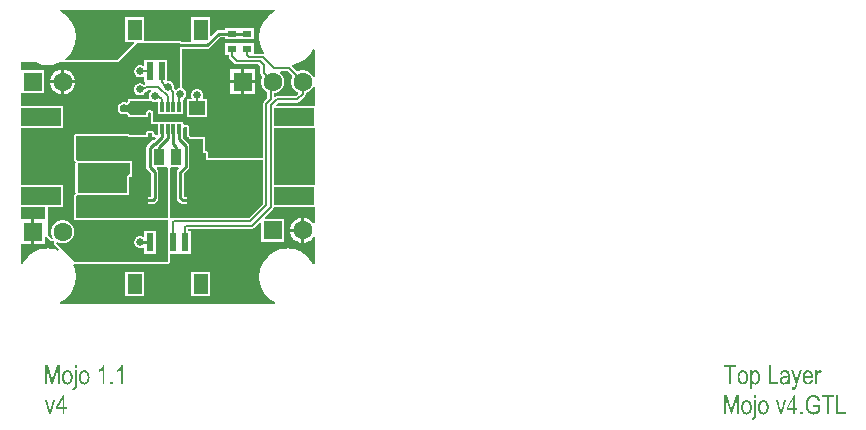
<source format=gtl>
G04*
G04 #@! TF.GenerationSoftware,Altium Limited,Altium Designer,24.5.2 (23)*
G04*
G04 Layer_Physical_Order=1*
G04 Layer_Color=255*
%FSLAX25Y25*%
%MOIN*%
G70*
G04*
G04 #@! TF.SameCoordinates,14D8FD4F-CE48-4F7E-93F5-DD934605E96C*
G04*
G04*
G04 #@! TF.FilePolarity,Positive*
G04*
G01*
G75*
%ADD15R,0.05512X0.12008*%
%ADD20R,0.03740X0.05315*%
%ADD33R,0.03150X0.02362*%
%ADD34R,0.05512X0.04724*%
%ADD35R,0.13780X0.03937*%
%ADD36R,0.13386X0.05906*%
%ADD37R,0.01181X0.03347*%
%ADD38R,0.09606X0.02717*%
%ADD39R,0.04724X0.06693*%
%ADD40R,0.02362X0.06102*%
%ADD41C,0.00700*%
%ADD42C,0.01000*%
%ADD43C,0.06299*%
%ADD44R,0.06299X0.06299*%
%ADD45C,0.02600*%
%ADD46C,0.03200*%
G36*
X85847Y98480D02*
X85275Y98183D01*
X84580Y97740D01*
X83926Y97238D01*
X83318Y96682D01*
X82762Y96074D01*
X82260Y95420D01*
X81817Y94725D01*
X81436Y93993D01*
X81121Y93232D01*
X80873Y92446D01*
X80694Y91641D01*
X80587Y90824D01*
X80551Y90000D01*
X80587Y89176D01*
X80694Y88359D01*
X80873Y87554D01*
X81121Y86768D01*
X81436Y86007D01*
X81817Y85275D01*
X82177Y84711D01*
X82173Y84696D01*
X81939Y84331D01*
X81865Y84273D01*
X81774Y84285D01*
X78775D01*
Y87822D01*
X74225D01*
Y87822D01*
X73775D01*
Y87822D01*
X69225D01*
Y84060D01*
X70441D01*
Y83500D01*
X70477Y83226D01*
X70583Y82970D01*
X70751Y82751D01*
X72425Y81077D01*
X72645Y80909D01*
X72900Y80803D01*
X73174Y80767D01*
X80235D01*
X80941Y80061D01*
Y78000D01*
X80977Y77726D01*
X81083Y77470D01*
X81251Y77251D01*
X81634Y76869D01*
X81540Y76706D01*
X81347Y76240D01*
X81216Y75753D01*
X81150Y75252D01*
Y74748D01*
X81216Y74247D01*
X81347Y73760D01*
X81540Y73294D01*
X81792Y72857D01*
X82099Y72456D01*
X82456Y72100D01*
X82857Y71792D01*
X83294Y71540D01*
X83297Y71538D01*
Y69562D01*
X82191Y68455D01*
X82022Y68236D01*
X81917Y67981D01*
X81880Y67707D01*
Y49706D01*
X63379D01*
Y51269D01*
X63355Y51451D01*
X63285Y51622D01*
X63173Y51768D01*
X63026Y51880D01*
X62856Y51951D01*
X62673Y51974D01*
X62578D01*
Y56000D01*
X62554Y56183D01*
X62483Y56353D01*
X62371Y56499D01*
X62225Y56612D01*
X62055Y56682D01*
X61872Y56706D01*
X57645D01*
X57612Y56787D01*
X57499Y56933D01*
X57353Y57045D01*
X57183Y57116D01*
X57093Y57128D01*
Y60000D01*
X57069Y60183D01*
X56998Y60353D01*
X56886Y60499D01*
X56740Y60611D01*
X56569Y60682D01*
X56387Y60706D01*
X55385D01*
X55231Y61160D01*
X55228Y61173D01*
X55228Y61174D01*
Y61476D01*
X53259D01*
Y61476D01*
X46853D01*
X46741Y61490D01*
X45203D01*
Y64491D01*
X45193Y64566D01*
X45187Y64641D01*
X45149Y64813D01*
X45128Y64873D01*
X45111Y64935D01*
X45097Y64959D01*
X45087Y64986D01*
X45051Y65039D01*
X45019Y65094D01*
X44998Y65114D01*
X44982Y65138D01*
X44933Y65179D01*
X44888Y65224D01*
X44863Y65238D01*
X44841Y65257D01*
X44783Y65284D01*
X44728Y65316D01*
X44197Y65534D01*
X44181Y65538D01*
X44166Y65546D01*
X44092Y65562D01*
X44019Y65581D01*
X44002Y65581D01*
X43986Y65585D01*
X43910Y65581D01*
X43834Y65581D01*
X43818Y65576D01*
X43802Y65576D01*
X43730Y65553D01*
X43656Y65533D01*
X43642Y65524D01*
X43626Y65519D01*
X43312Y65370D01*
X43287Y65355D01*
X43260Y65344D01*
X43210Y65305D01*
X43157Y65271D01*
X43137Y65249D01*
X43114Y65231D01*
X43075Y65181D01*
X43033Y65134D01*
X43020Y65108D01*
X43002Y65085D01*
X42978Y65027D01*
X42949Y64970D01*
X42943Y64942D01*
X42931Y64915D01*
X42923Y64852D01*
X42910Y64790D01*
X42911Y64761D01*
X42907Y64732D01*
Y63833D01*
X37408D01*
Y64051D01*
X37396Y64136D01*
X37387Y64221D01*
X37384Y64227D01*
X37384Y64234D01*
X37351Y64313D01*
X37319Y64393D01*
X37315Y64398D01*
X37313Y64404D01*
X37261Y64472D01*
X37210Y64541D01*
X37093Y64662D01*
X37067Y64683D01*
X37044Y64708D01*
X36995Y64740D01*
X36949Y64777D01*
X36918Y64790D01*
X36890Y64809D01*
X36507Y64992D01*
X36489Y64998D01*
X36472Y65008D01*
X36401Y65027D01*
X36331Y65050D01*
X36312Y65051D01*
X36294Y65056D01*
X36220D01*
X36147Y65060D01*
X36129Y65056D01*
X36109D01*
X36039Y65037D01*
X35967Y65022D01*
X35950Y65013D01*
X35931Y65008D01*
X35779Y64945D01*
X35529Y64895D01*
X35274D01*
X35024Y64945D01*
X34789Y65042D01*
X34577Y65184D01*
X34396Y65364D01*
X34255Y65576D01*
X34157Y65812D01*
X34108Y66062D01*
Y66316D01*
X34157Y66566D01*
X34255Y66802D01*
X34396Y67014D01*
X34577Y67194D01*
X34789Y67336D01*
X35024Y67433D01*
X35274Y67483D01*
X35529D01*
X35779Y67433D01*
X35931Y67370D01*
X35950Y67365D01*
X35967Y67356D01*
X36039Y67341D01*
X36109Y67322D01*
X36129D01*
X36147Y67318D01*
X36220Y67322D01*
X36294D01*
X36312Y67327D01*
X36331Y67328D01*
X36401Y67351D01*
X36472Y67370D01*
X36488Y67380D01*
X36507Y67386D01*
X36890Y67569D01*
X36918Y67588D01*
X36949Y67601D01*
X36995Y67638D01*
X37044Y67670D01*
X37067Y67695D01*
X37093Y67716D01*
X37210Y67837D01*
X37261Y67906D01*
X37313Y67974D01*
X37315Y67980D01*
X37319Y67985D01*
X37351Y68065D01*
X37384Y68144D01*
X37384Y68151D01*
X37387Y68157D01*
X37396Y68242D01*
X37408Y68327D01*
Y68545D01*
X43392D01*
X43416Y68548D01*
X43441Y68547D01*
X43507Y68560D01*
X43574Y68569D01*
X43597Y68579D01*
X43621Y68584D01*
X43682Y68614D01*
X43745Y68640D01*
X43764Y68655D01*
X43786Y68666D01*
X43837Y68711D01*
X43891Y68752D01*
X44186Y68741D01*
X44407Y68702D01*
X44734Y68484D01*
X45098Y68333D01*
X45485Y68256D01*
X45878D01*
X46241Y68328D01*
X46269Y68330D01*
X46741Y67989D01*
Y64210D01*
X48709D01*
Y64210D01*
X51291D01*
Y64210D01*
X55228D01*
Y68956D01*
X55416Y69378D01*
X55575Y69484D01*
X55854Y69762D01*
X56073Y70090D01*
X56224Y70454D01*
X56300Y70841D01*
Y71234D01*
X56224Y71621D01*
X56073Y71985D01*
X55854Y72312D01*
X55575Y72591D01*
X55248Y72810D01*
X54884Y72961D01*
X54703Y72996D01*
X54706Y73017D01*
Y85916D01*
X63134D01*
X63134Y85916D01*
X63369Y85939D01*
X63595Y86008D01*
X63804Y86119D01*
X63987Y86269D01*
X67571Y89853D01*
X69225D01*
Y89178D01*
X73775D01*
Y89178D01*
X74225D01*
Y89178D01*
X78775D01*
Y92940D01*
X74225D01*
Y92940D01*
X73775D01*
Y92940D01*
X69225D01*
Y92265D01*
X67071D01*
X66836Y92242D01*
X66610Y92173D01*
X66401Y92062D01*
X66218Y91912D01*
X66218Y91912D01*
X64548Y90241D01*
X64086Y90432D01*
Y96464D01*
X57961D01*
Y88371D01*
X57479Y88328D01*
X54622D01*
X54611Y88353D01*
X54499Y88499D01*
X54353Y88612D01*
X54183Y88682D01*
X54000Y88706D01*
X42039D01*
Y96464D01*
X35914D01*
Y88371D01*
X38719D01*
X38910Y87909D01*
X33164Y82163D01*
X16115D01*
X15945Y82663D01*
X16074Y82762D01*
X16682Y83318D01*
X17239Y83926D01*
X17740Y84580D01*
X18183Y85275D01*
X18564Y86007D01*
X18879Y86768D01*
X19127Y87554D01*
X19306Y88359D01*
X19413Y89176D01*
X19449Y90000D01*
X19413Y90824D01*
X19306Y91641D01*
X19127Y92446D01*
X18879Y93232D01*
X18564Y93993D01*
X18183Y94725D01*
X17740Y95420D01*
X17239Y96074D01*
X16682Y96682D01*
X16074Y97238D01*
X15420Y97740D01*
X14725Y98183D01*
X14154Y98480D01*
X14276Y98980D01*
X85724D01*
X85847Y98480D01*
D02*
G37*
G36*
X98980Y85724D02*
Y76756D01*
X98480Y76657D01*
X98460Y76706D01*
X98208Y77143D01*
X97900Y77544D01*
X97544Y77900D01*
X97143Y78208D01*
X96706Y78460D01*
X96240Y78653D01*
X95753Y78784D01*
X95252Y78850D01*
X94748D01*
X94247Y78784D01*
X93760Y78653D01*
X93294Y78460D01*
X93131Y78366D01*
X91346Y80151D01*
X91416Y80521D01*
X91512Y80677D01*
X91641Y80694D01*
X92446Y80873D01*
X93232Y81121D01*
X93993Y81436D01*
X94725Y81817D01*
X95420Y82260D01*
X96074Y82762D01*
X96682Y83318D01*
X97238Y83926D01*
X97740Y84580D01*
X98183Y85275D01*
X98480Y85846D01*
X98980Y85724D01*
D02*
G37*
G36*
X54000Y73017D02*
X53717Y72961D01*
X53353Y72810D01*
X53026Y72591D01*
X52699Y72362D01*
X52415Y72646D01*
X52126Y72936D01*
X52176Y73190D01*
Y73584D01*
X52100Y73971D01*
X51949Y74335D01*
X51730Y74662D01*
X51451Y74941D01*
X51124Y75160D01*
X50760Y75311D01*
X50373Y75388D01*
X49979D01*
X49913Y75442D01*
Y82263D01*
X46476D01*
X46150Y82263D01*
X45650Y82263D01*
X42213D01*
Y80650D01*
X42097Y80529D01*
X41713Y80345D01*
X41497Y80435D01*
X41110Y80512D01*
X40716D01*
X40330Y80435D01*
X39966Y80284D01*
X39639Y80065D01*
X39360Y79787D01*
X39141Y79459D01*
X38990Y79095D01*
X38913Y78709D01*
Y78315D01*
X38990Y77928D01*
X39141Y77564D01*
X39360Y77237D01*
X39639Y76958D01*
X39966Y76739D01*
X40330Y76589D01*
X40716Y76512D01*
X41110D01*
X41497Y76589D01*
X41713Y76678D01*
X42097Y76495D01*
X42213Y76374D01*
Y74761D01*
X42347D01*
X42420Y74619D01*
X42480Y74261D01*
X42349Y74160D01*
X42133Y73944D01*
X42023Y74054D01*
X41695Y74272D01*
X41331Y74423D01*
X40945Y74500D01*
X40551D01*
X40165Y74423D01*
X39801Y74272D01*
X39473Y74054D01*
X39195Y73775D01*
X38976Y73447D01*
X38825Y73083D01*
X38748Y72697D01*
Y72303D01*
X38825Y71917D01*
X38976Y71553D01*
X39195Y71225D01*
X39473Y70947D01*
X39801Y70728D01*
X40165Y70577D01*
X40551Y70500D01*
X40945D01*
X41331Y70577D01*
X41695Y70728D01*
X42023Y70947D01*
X42301Y71225D01*
X42520Y71553D01*
X42590Y71721D01*
X42722Y71738D01*
X42978Y71844D01*
X43197Y72013D01*
X43537Y72352D01*
X44319D01*
X44471Y71852D01*
X44407Y71809D01*
X44128Y71531D01*
X43909Y71203D01*
X43758Y70839D01*
X43681Y70453D01*
Y70059D01*
X43754Y69693D01*
X43716Y69624D01*
X43392Y69251D01*
X36702D01*
Y68327D01*
X36585Y68206D01*
X36202Y68022D01*
X35985Y68112D01*
X35599Y68189D01*
X35205D01*
X34818Y68112D01*
X34454Y67961D01*
X34127Y67743D01*
X33848Y67464D01*
X33629Y67136D01*
X33478Y66772D01*
X33402Y66386D01*
Y65992D01*
X33478Y65606D01*
X33629Y65242D01*
X33848Y64914D01*
X34127Y64635D01*
X34454Y64417D01*
X34818Y64266D01*
X35205Y64189D01*
X35599D01*
X35985Y64266D01*
X36202Y64356D01*
X36585Y64172D01*
X36702Y64051D01*
Y63127D01*
X43613D01*
Y64732D01*
X43928Y64881D01*
X44460Y64663D01*
X44497Y64491D01*
Y60784D01*
X46741D01*
Y57549D01*
X46729Y57536D01*
X46599Y57425D01*
X46351Y57343D01*
X46241Y57326D01*
X46222Y57341D01*
X46180Y57358D01*
X46140Y57381D01*
X46095Y57393D01*
X46052Y57411D01*
X46006Y57417D01*
X45961Y57429D01*
X45915D01*
X45869Y57435D01*
X45478D01*
Y58043D01*
X45454Y58226D01*
X45384Y58396D01*
X45272Y58543D01*
X45125Y58655D01*
X44955Y58725D01*
X44772Y58749D01*
X43707D01*
X43639Y58740D01*
X43569Y58736D01*
X43547Y58728D01*
X43524Y58725D01*
X43461Y58699D01*
X43395Y58676D01*
X43376Y58664D01*
X43354Y58655D01*
X43299Y58613D01*
X43242Y58574D01*
X43148Y58492D01*
X43133Y58474D01*
X43114Y58460D01*
X43072Y58405D01*
X43026Y58353D01*
X43016Y58333D01*
X43002Y58314D01*
X42975Y58250D01*
X42945Y58188D01*
X42940Y58165D01*
X42931Y58144D01*
X42922Y58075D01*
X42909Y58007D01*
X42910Y57984D01*
X42907Y57961D01*
Y57140D01*
X37389D01*
X37384Y57183D01*
X37313Y57353D01*
X37201Y57499D01*
X37055Y57611D01*
X36884Y57682D01*
X36702Y57706D01*
X19500Y57706D01*
X19317Y57682D01*
X19147Y57612D01*
X19001Y57499D01*
X18889Y57353D01*
X18818Y57183D01*
X18794Y57000D01*
Y49123D01*
X18800Y49076D01*
X18800Y49028D01*
X18812Y48985D01*
X18818Y48941D01*
X18836Y48896D01*
X18849Y48850D01*
X18871Y48812D01*
X18889Y48770D01*
X18918Y48732D01*
X18942Y48691D01*
X19035Y48571D01*
X19053Y48553D01*
X19068Y48532D01*
X19118Y48488D01*
X19166Y48441D01*
X19188Y48428D01*
X19207Y48412D01*
X19359Y48313D01*
X19318Y48214D01*
X19294Y48031D01*
Y38000D01*
X19318Y37817D01*
X19359Y37719D01*
X19207Y37620D01*
X19188Y37603D01*
X19166Y37591D01*
X19118Y37543D01*
X19068Y37500D01*
X19053Y37479D01*
X19035Y37461D01*
X18942Y37341D01*
X18918Y37299D01*
X18889Y37261D01*
X18871Y37220D01*
X18849Y37181D01*
X18836Y37135D01*
X18818Y37091D01*
X18812Y37047D01*
X18800Y37003D01*
X18800Y36956D01*
X18794Y36908D01*
Y29496D01*
X18818Y29313D01*
X18889Y29143D01*
X19001Y28997D01*
X19147Y28885D01*
X19317Y28814D01*
X19500Y28790D01*
X50000D01*
Y15000D01*
X19000D01*
X12687Y21313D01*
X12994Y21713D01*
X13294Y21540D01*
X13760Y21347D01*
X14247Y21216D01*
X14748Y21150D01*
X15252D01*
X15753Y21216D01*
X16240Y21347D01*
X16706Y21540D01*
X17143Y21792D01*
X17544Y22099D01*
X17900Y22456D01*
X18208Y22857D01*
X18460Y23294D01*
X18653Y23760D01*
X18784Y24247D01*
X18850Y24748D01*
Y25252D01*
X18784Y25753D01*
X18653Y26240D01*
X18460Y26706D01*
X18208Y27143D01*
X17900Y27544D01*
X17544Y27900D01*
X17143Y28208D01*
X16706Y28460D01*
X16240Y28653D01*
X15753Y28784D01*
X15252Y28850D01*
X14748D01*
X14247Y28784D01*
X13760Y28653D01*
X13294Y28460D01*
X12857Y28208D01*
X12456Y27900D01*
X12100Y27544D01*
X11792Y27143D01*
X11540Y26706D01*
X11347Y26240D01*
X11216Y25753D01*
X11150Y25252D01*
Y24748D01*
X11216Y24247D01*
X11347Y23760D01*
X11540Y23294D01*
X11713Y22994D01*
X11313Y22687D01*
X10000Y24000D01*
Y33158D01*
X15192D01*
Y40464D01*
X1020D01*
Y59536D01*
X15192D01*
Y66842D01*
X1020D01*
Y70705D01*
X1150Y71150D01*
X1519Y71150D01*
X8850D01*
Y78850D01*
X1519D01*
X1150Y78850D01*
X1020Y79295D01*
Y81457D01*
X5967D01*
X6007Y81436D01*
X6768Y81121D01*
X7554Y80873D01*
X8359Y80694D01*
X9176Y80587D01*
X10000Y80551D01*
X10824Y80587D01*
X11641Y80694D01*
X12446Y80873D01*
X13232Y81121D01*
X13993Y81436D01*
X14033Y81457D01*
X33457D01*
X40000Y88000D01*
X54000D01*
Y73017D01*
D02*
G37*
G36*
X91634Y76869D02*
X91540Y76706D01*
X91347Y76240D01*
X91216Y75753D01*
X91150Y75252D01*
Y74748D01*
X91216Y74247D01*
X91347Y73760D01*
X91540Y73294D01*
X91792Y72857D01*
X92099Y72456D01*
X92456Y72100D01*
X92857Y71792D01*
X93294Y71540D01*
X93349Y71517D01*
X93467Y70927D01*
X92722Y70183D01*
X86336D01*
X86062Y70147D01*
X85916Y70086D01*
X85582Y70231D01*
X85416Y70371D01*
Y71172D01*
X85753Y71216D01*
X86240Y71347D01*
X86706Y71540D01*
X87143Y71792D01*
X87544Y72100D01*
X87901Y72456D01*
X88208Y72857D01*
X88460Y73294D01*
X88653Y73760D01*
X88784Y74247D01*
X88850Y74748D01*
Y75252D01*
X88784Y75753D01*
X88653Y76240D01*
X88460Y76706D01*
X88208Y77143D01*
X87901Y77544D01*
X87544Y77900D01*
X87492Y77940D01*
D01*
X87491Y77941D01*
X87661Y78441D01*
X90061D01*
X91634Y76869D01*
D02*
G37*
G36*
X98980Y73244D02*
Y66842D01*
X86206D01*
X86014Y67304D01*
X86775Y68064D01*
X93161D01*
X93435Y68101D01*
X93690Y68206D01*
X93910Y68375D01*
X95749Y70214D01*
X95917Y70433D01*
X96023Y70689D01*
X96059Y70963D01*
Y71298D01*
X96240Y71347D01*
X96706Y71540D01*
X97143Y71792D01*
X97544Y72100D01*
X97900Y72456D01*
X98208Y72857D01*
X98460Y73294D01*
X98480Y73343D01*
X98980Y73244D01*
D02*
G37*
G36*
X44772Y56729D02*
X45869D01*
X46061Y56267D01*
X45373Y55579D01*
X45160Y55558D01*
X44934Y55490D01*
X44725Y55378D01*
X44543Y55228D01*
X43124Y53810D01*
X42975Y53628D01*
X42863Y53419D01*
X42794Y53193D01*
X42771Y52958D01*
X42771Y52958D01*
Y46649D01*
X42771Y46649D01*
X42794Y46413D01*
X42863Y46187D01*
X42975Y45979D01*
X43124Y45796D01*
X44476Y44445D01*
Y36706D01*
X40748D01*
X40513Y36683D01*
X40287Y36614D01*
X40078Y36503D01*
X39895Y36353D01*
X39746Y36170D01*
X39634Y35961D01*
X39565Y35735D01*
X39542Y35500D01*
X39565Y35265D01*
X39634Y35039D01*
X39746Y34830D01*
X39895Y34647D01*
X40078Y34497D01*
X40287Y34386D01*
X40513Y34317D01*
X40748Y34294D01*
X45000D01*
X45000Y34294D01*
X45235Y34317D01*
X45461Y34386D01*
X45670Y34497D01*
X45853Y34647D01*
X46534Y35329D01*
X46684Y35512D01*
X46795Y35720D01*
X46864Y35946D01*
X46887Y36182D01*
Y44944D01*
X46864Y45180D01*
X46795Y45406D01*
X46684Y45614D01*
X46534Y45797D01*
X46534Y45797D01*
X46347Y45984D01*
X46539Y46446D01*
X49617D01*
X50000Y46162D01*
Y29496D01*
X19500D01*
Y36908D01*
X19593Y37029D01*
X20000Y37294D01*
X36500D01*
X36683Y37318D01*
X36853Y37389D01*
X36999Y37501D01*
X37111Y37647D01*
X37182Y37817D01*
X37206Y38000D01*
Y43395D01*
X38027D01*
Y48731D01*
X36546D01*
X36500Y48737D01*
X20000D01*
X19593Y49003D01*
X19500Y49123D01*
Y57000D01*
X36702Y57000D01*
Y56434D01*
X43613D01*
Y57961D01*
X43707Y58043D01*
X44772D01*
Y56729D01*
D02*
G37*
G36*
X98980Y40464D02*
X85399D01*
Y59536D01*
X98980D01*
Y40464D01*
D02*
G37*
G36*
X36500Y48031D02*
X36500D01*
X36546Y48026D01*
X37321D01*
Y44100D01*
X37206D01*
X37023Y44076D01*
X36853Y44006D01*
X36707Y43894D01*
X36595Y43747D01*
X36524Y43577D01*
X36500Y43395D01*
Y38000D01*
X20000D01*
Y38046D01*
Y47985D01*
Y48031D01*
X36500D01*
Y48031D01*
D02*
G37*
G36*
X56387Y56434D02*
X57000D01*
Y56000D01*
X61872D01*
Y51269D01*
X62673D01*
Y49000D01*
X81880D01*
Y34346D01*
X77040Y29505D01*
X52276D01*
X52207Y29496D01*
X50706D01*
Y46162D01*
X51021Y46389D01*
X51026Y46392D01*
X51166Y46446D01*
X53461D01*
X53653Y45984D01*
X53448Y45779D01*
X53298Y45596D01*
X53186Y45388D01*
X53118Y45162D01*
X53095Y44926D01*
X53095Y44926D01*
Y36200D01*
X53095Y36200D01*
X53118Y35964D01*
X53186Y35738D01*
X53298Y35530D01*
X53448Y35347D01*
X54147Y34647D01*
X54147Y34647D01*
X54330Y34497D01*
X54539Y34386D01*
X54765Y34317D01*
X55000Y34294D01*
X55000Y34294D01*
X59252D01*
X59487Y34317D01*
X59714Y34386D01*
X59922Y34497D01*
X60105Y34647D01*
X60255Y34830D01*
X60366Y35039D01*
X60435Y35265D01*
X60458Y35500D01*
X60435Y35735D01*
X60366Y35961D01*
X60255Y36170D01*
X60105Y36353D01*
X59922Y36503D01*
X59714Y36614D01*
X59487Y36683D01*
X59252Y36706D01*
X55506D01*
Y44427D01*
X56875Y45796D01*
X56875Y45796D01*
X57025Y45979D01*
X57137Y46187D01*
X57205Y46413D01*
X57229Y46649D01*
X57229Y46649D01*
Y53732D01*
X57229Y53732D01*
X57205Y53967D01*
X57137Y54194D01*
X57025Y54402D01*
X56875Y54585D01*
X55143Y56318D01*
Y59102D01*
X55120Y59338D01*
X55070Y59500D01*
X55163Y59710D01*
X55385Y60000D01*
X56387D01*
Y56434D01*
D02*
G37*
G36*
X98980Y27905D02*
X98480Y27771D01*
X98458Y27810D01*
X98127Y28242D01*
X97742Y28626D01*
X97310Y28958D01*
X96839Y29230D01*
X96337Y29438D01*
X95811Y29579D01*
X95500Y29620D01*
Y25500D01*
Y21380D01*
X95811Y21421D01*
X96337Y21562D01*
X96839Y21770D01*
X97310Y22042D01*
X97742Y22374D01*
X98127Y22758D01*
X98458Y23190D01*
X98480Y23229D01*
X98980Y23095D01*
Y14276D01*
X98480Y14154D01*
X98183Y14725D01*
X97740Y15420D01*
X97238Y16074D01*
X96682Y16682D01*
X96074Y17239D01*
X95420Y17740D01*
X94725Y18183D01*
X93993Y18564D01*
X93232Y18879D01*
X92446Y19127D01*
X91641Y19306D01*
X90824Y19413D01*
X90000Y19449D01*
X89176Y19413D01*
X88359Y19306D01*
X87554Y19127D01*
X86768Y18879D01*
X86007Y18564D01*
X85275Y18183D01*
X84580Y17740D01*
X83926Y17239D01*
X83318Y16682D01*
X82762Y16074D01*
X82260Y15420D01*
X81817Y14725D01*
X81436Y13993D01*
X81121Y13232D01*
X80873Y12446D01*
X80694Y11641D01*
X80587Y10824D01*
X80551Y10000D01*
X80587Y9176D01*
X80694Y8359D01*
X80873Y7554D01*
X81121Y6768D01*
X81436Y6007D01*
X81817Y5275D01*
X82260Y4580D01*
X82762Y3926D01*
X83318Y3318D01*
X83926Y2761D01*
X84580Y2260D01*
X85275Y1817D01*
X85847Y1519D01*
X85724Y1020D01*
X14276D01*
X14154Y1519D01*
X14725Y1817D01*
X15420Y2260D01*
X16074Y2761D01*
X16682Y3318D01*
X17239Y3926D01*
X17740Y4580D01*
X18183Y5275D01*
X18564Y6007D01*
X18879Y6768D01*
X19127Y7554D01*
X19306Y8359D01*
X19413Y9176D01*
X19449Y10000D01*
X19413Y10824D01*
X19306Y11641D01*
X19127Y12446D01*
X18879Y13232D01*
X18620Y13859D01*
X18698Y14040D01*
X18797Y14169D01*
X18969Y14298D01*
X19000Y14294D01*
X19000Y14294D01*
X50000D01*
X50183Y14318D01*
X50353Y14389D01*
X50499Y14501D01*
X50612Y14647D01*
X50682Y14817D01*
X50706Y15000D01*
Y17737D01*
X53850D01*
Y17737D01*
X54024D01*
Y17737D01*
X57787D01*
Y25239D01*
X56965D01*
Y25987D01*
X78058D01*
X78333Y26023D01*
X78588Y26129D01*
X78807Y26297D01*
X80689Y28178D01*
X81150Y27987D01*
Y21650D01*
X88850D01*
Y29350D01*
X82513D01*
X82322Y29811D01*
X85088Y32578D01*
X85257Y32798D01*
X85362Y33053D01*
X85376Y33158D01*
X98980D01*
Y27905D01*
D02*
G37*
G36*
X9294Y29590D02*
X9150Y29150D01*
X5500D01*
Y25000D01*
Y20850D01*
X9150D01*
Y23145D01*
X9650Y23352D01*
X10814Y22188D01*
X10850Y22160D01*
X10883Y22127D01*
X10923Y22104D01*
X10960Y22076D01*
X11003Y22058D01*
X11043Y22035D01*
X11087Y22023D01*
X11130Y22005D01*
X11176Y21999D01*
X11221Y21987D01*
X11267D01*
X11313Y21981D01*
X11359Y21987D01*
X11405D01*
X11450Y21999D01*
X11496Y22005D01*
X11538Y22023D01*
X11583Y22035D01*
X11623Y22058D01*
X11666Y22076D01*
X11703Y22104D01*
X11743Y22127D01*
X11862Y22219D01*
X12219Y21862D01*
X12127Y21743D01*
X12104Y21703D01*
X12076Y21666D01*
X12058Y21623D01*
X12035Y21583D01*
X12023Y21538D01*
X12005Y21496D01*
X11999Y21450D01*
X11987Y21405D01*
Y21359D01*
X11981Y21313D01*
X11987Y21267D01*
Y21221D01*
X11999Y21176D01*
X12005Y21130D01*
X12023Y21087D01*
X12035Y21043D01*
X12058Y21003D01*
X12076Y20960D01*
X12104Y20923D01*
X12127Y20883D01*
X12160Y20850D01*
X12188Y20814D01*
X13828Y19174D01*
X13545Y18750D01*
X13232Y18879D01*
X12446Y19127D01*
X11641Y19306D01*
X10824Y19413D01*
X10000Y19449D01*
X9176Y19413D01*
X8359Y19306D01*
X7554Y19127D01*
X6768Y18879D01*
X6007Y18564D01*
X5275Y18183D01*
X4580Y17740D01*
X3926Y17239D01*
X3318Y16682D01*
X2761Y16074D01*
X2260Y15420D01*
X1817Y14725D01*
X1519Y14154D01*
X1020Y14276D01*
Y20850D01*
X4500D01*
Y25000D01*
Y29150D01*
X1020D01*
Y33158D01*
X9294D01*
Y29590D01*
D02*
G37*
G36*
X19732Y-20393D02*
X19099D01*
Y-19492D01*
X19732D01*
Y-20393D01*
D02*
G37*
G36*
X245976Y-21137D02*
X246013Y-21142D01*
X246059Y-21146D01*
X246110Y-21155D01*
X246165Y-21165D01*
X246290Y-21197D01*
X246355Y-21215D01*
X246424Y-21243D01*
X246494Y-21276D01*
X246563Y-21308D01*
X246627Y-21350D01*
X246697Y-21396D01*
X246702Y-21400D01*
X246711Y-21409D01*
X246734Y-21423D01*
X246757Y-21447D01*
X246789Y-21474D01*
X246822Y-21507D01*
X246863Y-21548D01*
X246905Y-21594D01*
X246951Y-21645D01*
X246997Y-21705D01*
X247043Y-21770D01*
X247094Y-21844D01*
X247140Y-21922D01*
X247186Y-22005D01*
X247233Y-22098D01*
X247274Y-22195D01*
X247279Y-22199D01*
X247284Y-22218D01*
X247293Y-22250D01*
X247307Y-22292D01*
X247325Y-22343D01*
X247344Y-22403D01*
X247362Y-22477D01*
X247385Y-22555D01*
X247404Y-22648D01*
X247422Y-22745D01*
X247441Y-22851D01*
X247459Y-22966D01*
X247473Y-23087D01*
X247482Y-23211D01*
X247492Y-23345D01*
Y-23484D01*
Y-23489D01*
Y-23498D01*
Y-23512D01*
Y-23535D01*
Y-23562D01*
X247487Y-23595D01*
Y-23632D01*
X247482Y-23678D01*
X247478Y-23775D01*
X247464Y-23886D01*
X247450Y-24011D01*
X247431Y-24145D01*
X247404Y-24288D01*
X247371Y-24436D01*
X247334Y-24584D01*
X247284Y-24736D01*
X247228Y-24884D01*
X247164Y-25022D01*
X247090Y-25156D01*
X247002Y-25281D01*
X246997Y-25286D01*
X246979Y-25309D01*
X246951Y-25341D01*
X246914Y-25378D01*
X246868Y-25429D01*
X246812Y-25480D01*
X246748Y-25535D01*
X246674Y-25595D01*
X246595Y-25655D01*
X246507Y-25711D01*
X246410Y-25762D01*
X246313Y-25812D01*
X246207Y-25849D01*
X246092Y-25882D01*
X245976Y-25900D01*
X245856Y-25909D01*
X245828D01*
X245805Y-25905D01*
X245782D01*
X245750Y-25900D01*
X245676Y-25891D01*
X245593Y-25872D01*
X245500Y-25845D01*
X245403Y-25812D01*
X245306Y-25762D01*
X245302D01*
X245297Y-25752D01*
X245283Y-25748D01*
X245265Y-25734D01*
X245218Y-25697D01*
X245158Y-25651D01*
X245089Y-25591D01*
X245020Y-25517D01*
X244946Y-25433D01*
X244872Y-25337D01*
Y-27554D01*
X244239D01*
Y-21234D01*
X244826D01*
Y-21830D01*
X244830Y-21825D01*
X244835Y-21812D01*
X244849Y-21793D01*
X244863Y-21770D01*
X244881Y-21737D01*
X244909Y-21705D01*
X244964Y-21627D01*
X245034Y-21539D01*
X245112Y-21451D01*
X245205Y-21368D01*
X245251Y-21331D01*
X245297Y-21299D01*
X245302D01*
X245311Y-21289D01*
X245325Y-21285D01*
X245343Y-21271D01*
X245371Y-21262D01*
X245399Y-21248D01*
X245473Y-21215D01*
X245560Y-21183D01*
X245662Y-21160D01*
X245777Y-21142D01*
X245902Y-21132D01*
X245944D01*
X245976Y-21137D01*
D02*
G37*
G36*
X267385Y-21137D02*
X267413Y-21142D01*
X267450Y-21146D01*
X267487Y-21151D01*
X267533Y-21165D01*
X267630Y-21192D01*
X267741Y-21239D01*
X267796Y-21266D01*
X267856Y-21299D01*
X267921Y-21336D01*
X267981Y-21382D01*
X267764Y-22103D01*
X267759D01*
X267755Y-22093D01*
X267741Y-22089D01*
X267722Y-22075D01*
X267676Y-22047D01*
X267616Y-22015D01*
X267547Y-21987D01*
X267468Y-21959D01*
X267385Y-21941D01*
X267302Y-21932D01*
X267270D01*
X267228Y-21941D01*
X267177Y-21950D01*
X267122Y-21969D01*
X267057Y-21992D01*
X266992Y-22029D01*
X266928Y-22075D01*
X266919Y-22079D01*
X266900Y-22103D01*
X266872Y-22135D01*
X266835Y-22176D01*
X266798Y-22237D01*
X266761Y-22301D01*
X266724Y-22380D01*
X266697Y-22472D01*
Y-22477D01*
X266692Y-22491D01*
X266688Y-22518D01*
X266678Y-22551D01*
X266669Y-22592D01*
X266660Y-22638D01*
X266646Y-22694D01*
X266637Y-22754D01*
X266628Y-22823D01*
X266614Y-22897D01*
X266604Y-22976D01*
X266595Y-23059D01*
X266581Y-23230D01*
X266577Y-23415D01*
Y-25803D01*
X265944D01*
Y-21234D01*
X266517D01*
Y-21932D01*
X266521Y-21927D01*
X266526Y-21908D01*
X266540Y-21885D01*
X266554Y-21853D01*
X266572Y-21816D01*
X266595Y-21770D01*
X266646Y-21668D01*
X266711Y-21562D01*
X266775Y-21456D01*
X266812Y-21405D01*
X266845Y-21363D01*
X266882Y-21322D01*
X266914Y-21289D01*
X266923Y-21285D01*
X266946Y-21266D01*
X266983Y-21239D01*
X267034Y-21211D01*
X267099Y-21183D01*
X267168Y-21155D01*
X267247Y-21137D01*
X267330Y-21132D01*
X267362D01*
X267385Y-21137D01*
D02*
G37*
G36*
X14073Y-25803D02*
X13412D01*
Y-20523D01*
X11906Y-25803D01*
X11287D01*
X9794Y-20435D01*
Y-25803D01*
X9134D01*
Y-19492D01*
X10164D01*
X11388Y-23964D01*
X11633Y-24898D01*
Y-24893D01*
X11638Y-24879D01*
X11643Y-24861D01*
X11652Y-24833D01*
X11661Y-24796D01*
X11670Y-24750D01*
X11689Y-24699D01*
X11703Y-24639D01*
X11721Y-24570D01*
X11739Y-24496D01*
X11763Y-24412D01*
X11790Y-24325D01*
X11818Y-24223D01*
X11846Y-24117D01*
X11878Y-24006D01*
X11910Y-23886D01*
X13149Y-19492D01*
X14073D01*
Y-25803D01*
D02*
G37*
G36*
X259961Y-25877D02*
Y-25882D01*
X259956Y-25886D01*
X259952Y-25900D01*
X259947Y-25919D01*
X259933Y-25960D01*
X259915Y-26025D01*
X259892Y-26094D01*
X259864Y-26177D01*
X259832Y-26270D01*
X259799Y-26367D01*
X259730Y-26570D01*
X259693Y-26672D01*
X259656Y-26769D01*
X259619Y-26861D01*
X259582Y-26944D01*
X259550Y-27018D01*
X259517Y-27083D01*
Y-27088D01*
X259508Y-27097D01*
X259504Y-27111D01*
X259490Y-27134D01*
X259457Y-27185D01*
X259411Y-27254D01*
X259356Y-27323D01*
X259296Y-27397D01*
X259226Y-27466D01*
X259152Y-27522D01*
X259143Y-27526D01*
X259115Y-27540D01*
X259074Y-27563D01*
X259018Y-27586D01*
X258949Y-27614D01*
X258871Y-27633D01*
X258783Y-27651D01*
X258690Y-27656D01*
X258658D01*
X258621Y-27651D01*
X258570Y-27642D01*
X258510Y-27633D01*
X258441Y-27619D01*
X258367Y-27596D01*
X258284Y-27563D01*
X258214Y-26833D01*
X258219D01*
X258224Y-26838D01*
X258252Y-26843D01*
X258288Y-26856D01*
X258339Y-26866D01*
X258395Y-26880D01*
X258455Y-26893D01*
X258515Y-26898D01*
X258570Y-26903D01*
X258603D01*
X258640Y-26898D01*
X258690Y-26893D01*
X258741Y-26884D01*
X258797Y-26866D01*
X258852Y-26847D01*
X258903Y-26820D01*
X258908Y-26815D01*
X258926Y-26806D01*
X258949Y-26783D01*
X258981Y-26755D01*
X259014Y-26722D01*
X259051Y-26676D01*
X259088Y-26625D01*
X259120Y-26565D01*
Y-26561D01*
X259125Y-26556D01*
X259129Y-26547D01*
X259134Y-26528D01*
X259143Y-26510D01*
X259152Y-26482D01*
X259162Y-26445D01*
X259180Y-26404D01*
X259194Y-26353D01*
X259217Y-26288D01*
X259240Y-26214D01*
X259268Y-26131D01*
X259296Y-26034D01*
X259332Y-25923D01*
X259369Y-25798D01*
X257951Y-21234D01*
X258635D01*
X259416Y-23872D01*
Y-23877D01*
X259420Y-23895D01*
X259430Y-23923D01*
X259439Y-23960D01*
X259453Y-24006D01*
X259471Y-24057D01*
X259485Y-24122D01*
X259504Y-24191D01*
X259527Y-24265D01*
X259545Y-24348D01*
X259568Y-24436D01*
X259591Y-24528D01*
X259642Y-24722D01*
X259688Y-24930D01*
Y-24925D01*
X259693Y-24907D01*
X259698Y-24879D01*
X259707Y-24838D01*
X259716Y-24791D01*
X259730Y-24736D01*
X259744Y-24671D01*
X259762Y-24602D01*
X259776Y-24523D01*
X259799Y-24440D01*
X259841Y-24269D01*
X259887Y-24080D01*
X259942Y-23890D01*
X260746Y-21234D01*
X261384D01*
X259961Y-25877D01*
D02*
G37*
G36*
X34983Y-25803D02*
X34345D01*
Y-20869D01*
X34341Y-20874D01*
X34336Y-20878D01*
X34322Y-20897D01*
X34304Y-20915D01*
X34280Y-20938D01*
X34257Y-20966D01*
X34188Y-21031D01*
X34105Y-21114D01*
X34003Y-21202D01*
X33888Y-21299D01*
X33754Y-21400D01*
X33749Y-21405D01*
X33735Y-21414D01*
X33717Y-21428D01*
X33689Y-21442D01*
X33657Y-21465D01*
X33620Y-21493D01*
X33578Y-21520D01*
X33532Y-21553D01*
X33426Y-21617D01*
X33310Y-21682D01*
X33195Y-21747D01*
X33075Y-21802D01*
Y-21054D01*
X33079Y-21049D01*
X33098Y-21040D01*
X33125Y-21021D01*
X33163Y-20998D01*
X33209Y-20971D01*
X33259Y-20934D01*
X33320Y-20897D01*
X33384Y-20851D01*
X33458Y-20800D01*
X33532Y-20744D01*
X33685Y-20615D01*
X33842Y-20476D01*
X33999Y-20319D01*
X34003Y-20315D01*
X34017Y-20301D01*
X34036Y-20278D01*
X34063Y-20245D01*
X34100Y-20204D01*
X34137Y-20157D01*
X34179Y-20107D01*
X34220Y-20051D01*
X34267Y-19987D01*
X34317Y-19922D01*
X34410Y-19779D01*
X34498Y-19626D01*
X34535Y-19548D01*
X34567Y-19469D01*
X34983D01*
Y-25803D01*
D02*
G37*
G36*
X31684D02*
X30959D01*
Y-24921D01*
X31684D01*
Y-25803D01*
D02*
G37*
G36*
X255974Y-21137D02*
X256025D01*
X256080Y-21142D01*
X256145Y-21151D01*
X256214Y-21160D01*
X256362Y-21188D01*
X256514Y-21225D01*
X256667Y-21280D01*
X256736Y-21317D01*
X256801Y-21354D01*
X256805Y-21359D01*
X256815Y-21363D01*
X256833Y-21377D01*
X256856Y-21396D01*
X256912Y-21442D01*
X256981Y-21507D01*
X257055Y-21585D01*
X257124Y-21678D01*
X257184Y-21784D01*
X257207Y-21844D01*
X257226Y-21904D01*
Y-21908D01*
X257230Y-21918D01*
X257235Y-21936D01*
X257240Y-21964D01*
X257249Y-22001D01*
X257254Y-22042D01*
X257263Y-22089D01*
X257272Y-22144D01*
X257281Y-22209D01*
X257291Y-22283D01*
X257295Y-22361D01*
X257304Y-22444D01*
X257309Y-22537D01*
X257314Y-22638D01*
X257318Y-22745D01*
Y-22860D01*
Y-23890D01*
Y-23895D01*
Y-23904D01*
Y-23918D01*
Y-23937D01*
Y-23964D01*
Y-23992D01*
Y-24066D01*
Y-24149D01*
Y-24251D01*
X257323Y-24357D01*
Y-24468D01*
X257327Y-24704D01*
X257332Y-24814D01*
Y-24925D01*
X257337Y-25027D01*
X257341Y-25119D01*
X257351Y-25198D01*
Y-25230D01*
X257355Y-25258D01*
Y-25263D01*
Y-25272D01*
X257360Y-25286D01*
X257364Y-25304D01*
X257369Y-25332D01*
X257374Y-25360D01*
X257392Y-25433D01*
X257415Y-25517D01*
X257443Y-25605D01*
X257480Y-25706D01*
X257522Y-25803D01*
X256861D01*
Y-25798D01*
X256856Y-25794D01*
X256852Y-25780D01*
X256842Y-25762D01*
X256838Y-25738D01*
X256824Y-25711D01*
X256805Y-25646D01*
X256782Y-25563D01*
X256759Y-25471D01*
X256741Y-25364D01*
X256727Y-25244D01*
X256722Y-25249D01*
X256713Y-25258D01*
X256695Y-25276D01*
X256671Y-25300D01*
X256644Y-25327D01*
X256607Y-25360D01*
X256570Y-25392D01*
X256524Y-25429D01*
X256427Y-25512D01*
X256311Y-25595D01*
X256191Y-25674D01*
X256062Y-25743D01*
X256057D01*
X256048Y-25752D01*
X256029Y-25757D01*
X256001Y-25771D01*
X255969Y-25780D01*
X255932Y-25794D01*
X255891Y-25812D01*
X255844Y-25826D01*
X255734Y-25859D01*
X255613Y-25882D01*
X255484Y-25900D01*
X255346Y-25909D01*
X255318D01*
X255290Y-25905D01*
X255248D01*
X255198Y-25900D01*
X255142Y-25891D01*
X255078Y-25882D01*
X255008Y-25863D01*
X254934Y-25845D01*
X254860Y-25822D01*
X254782Y-25794D01*
X254703Y-25762D01*
X254629Y-25720D01*
X254551Y-25674D01*
X254482Y-25618D01*
X254412Y-25558D01*
X254408Y-25554D01*
X254398Y-25540D01*
X254380Y-25521D01*
X254357Y-25494D01*
X254334Y-25457D01*
X254301Y-25415D01*
X254274Y-25364D01*
X254241Y-25309D01*
X254209Y-25244D01*
X254177Y-25170D01*
X254144Y-25092D01*
X254121Y-25008D01*
X254098Y-24916D01*
X254080Y-24819D01*
X254070Y-24717D01*
X254066Y-24607D01*
Y-24602D01*
Y-24588D01*
Y-24570D01*
X254070Y-24537D01*
Y-24505D01*
X254075Y-24463D01*
X254080Y-24417D01*
X254084Y-24371D01*
X254107Y-24260D01*
X254135Y-24145D01*
X254172Y-24020D01*
X254227Y-23904D01*
Y-23900D01*
X254237Y-23890D01*
X254246Y-23877D01*
X254255Y-23854D01*
X254292Y-23798D01*
X254343Y-23729D01*
X254408Y-23655D01*
X254482Y-23576D01*
X254569Y-23498D01*
X254671Y-23428D01*
X254676D01*
X254685Y-23419D01*
X254703Y-23410D01*
X254726Y-23401D01*
X254754Y-23387D01*
X254791Y-23368D01*
X254837Y-23350D01*
X254888Y-23332D01*
X254943Y-23308D01*
X255008Y-23290D01*
X255078Y-23267D01*
X255156Y-23244D01*
X255239Y-23225D01*
X255332Y-23207D01*
X255429Y-23188D01*
X255535Y-23170D01*
X255544D01*
X255567Y-23165D01*
X255609Y-23160D01*
X255664Y-23151D01*
X255724Y-23137D01*
X255798Y-23128D01*
X255881Y-23110D01*
X255969Y-23096D01*
X256154Y-23054D01*
X256343Y-23008D01*
X256436Y-22985D01*
X256524Y-22957D01*
X256602Y-22930D01*
X256676Y-22902D01*
X256681Y-22708D01*
Y-22703D01*
Y-22689D01*
Y-22661D01*
X256676Y-22629D01*
Y-22592D01*
X256671Y-22551D01*
X256658Y-22449D01*
X256639Y-22338D01*
X256607Y-22232D01*
X256565Y-22130D01*
X256542Y-22084D01*
X256510Y-22047D01*
X256505Y-22042D01*
X256501Y-22033D01*
X256487Y-22019D01*
X256464Y-22005D01*
X256440Y-21982D01*
X256408Y-21959D01*
X256371Y-21936D01*
X256329Y-21908D01*
X256283Y-21881D01*
X256228Y-21858D01*
X256168Y-21835D01*
X256103Y-21812D01*
X256029Y-21798D01*
X255955Y-21784D01*
X255868Y-21775D01*
X255780Y-21770D01*
X255738D01*
X255706Y-21775D01*
X255669D01*
X255627Y-21779D01*
X255530Y-21793D01*
X255424Y-21816D01*
X255313Y-21848D01*
X255207Y-21895D01*
X255161Y-21922D01*
X255115Y-21955D01*
X255110D01*
X255105Y-21964D01*
X255096Y-21973D01*
X255078Y-21992D01*
X255059Y-22015D01*
X255041Y-22038D01*
X255017Y-22070D01*
X254994Y-22112D01*
X254967Y-22153D01*
X254943Y-22204D01*
X254916Y-22260D01*
X254888Y-22324D01*
X254865Y-22394D01*
X254837Y-22467D01*
X254814Y-22551D01*
X254796Y-22643D01*
X254172Y-22541D01*
Y-22532D01*
X254177Y-22509D01*
X254186Y-22472D01*
X254200Y-22421D01*
X254214Y-22361D01*
X254237Y-22292D01*
X254260Y-22213D01*
X254288Y-22130D01*
X254320Y-22047D01*
X254361Y-21955D01*
X254403Y-21867D01*
X254454Y-21779D01*
X254509Y-21691D01*
X254569Y-21613D01*
X254634Y-21539D01*
X254708Y-21470D01*
X254713Y-21465D01*
X254726Y-21456D01*
X254749Y-21437D01*
X254786Y-21419D01*
X254828Y-21391D01*
X254879Y-21363D01*
X254939Y-21331D01*
X255008Y-21299D01*
X255087Y-21271D01*
X255174Y-21239D01*
X255272Y-21211D01*
X255373Y-21183D01*
X255489Y-21165D01*
X255609Y-21146D01*
X255738Y-21137D01*
X255877Y-21132D01*
X255932D01*
X255974Y-21137D01*
D02*
G37*
G36*
X28954Y-25803D02*
X28316D01*
Y-20869D01*
X28311Y-20874D01*
X28307Y-20878D01*
X28293Y-20897D01*
X28275Y-20915D01*
X28251Y-20938D01*
X28228Y-20966D01*
X28159Y-21031D01*
X28076Y-21114D01*
X27974Y-21202D01*
X27859Y-21299D01*
X27725Y-21400D01*
X27720Y-21405D01*
X27706Y-21414D01*
X27688Y-21428D01*
X27660Y-21442D01*
X27628Y-21465D01*
X27591Y-21493D01*
X27549Y-21520D01*
X27503Y-21553D01*
X27397Y-21617D01*
X27281Y-21682D01*
X27166Y-21747D01*
X27046Y-21802D01*
Y-21054D01*
X27050Y-21049D01*
X27069Y-21040D01*
X27096Y-21021D01*
X27133Y-20998D01*
X27180Y-20971D01*
X27230Y-20934D01*
X27290Y-20897D01*
X27355Y-20851D01*
X27429Y-20800D01*
X27503Y-20744D01*
X27655Y-20615D01*
X27812Y-20476D01*
X27970Y-20319D01*
X27974Y-20315D01*
X27988Y-20301D01*
X28007Y-20278D01*
X28034Y-20245D01*
X28071Y-20204D01*
X28108Y-20157D01*
X28150Y-20107D01*
X28191Y-20051D01*
X28238Y-19987D01*
X28288Y-19922D01*
X28381Y-19779D01*
X28469Y-19626D01*
X28506Y-19548D01*
X28538Y-19469D01*
X28954D01*
Y-25803D01*
D02*
G37*
G36*
X250998Y-25059D02*
X253548D01*
Y-25803D01*
X250314D01*
Y-19492D01*
X250998D01*
Y-25059D01*
D02*
G37*
G36*
X239614Y-20236D02*
X237900D01*
Y-25803D01*
X237217D01*
Y-20236D01*
X235512D01*
Y-19492D01*
X239614D01*
Y-20236D01*
D02*
G37*
G36*
X263527Y-21137D02*
X263578Y-21142D01*
X263643Y-21151D01*
X263712Y-21165D01*
X263795Y-21183D01*
X263883Y-21211D01*
X263976Y-21243D01*
X264073Y-21280D01*
X264174Y-21331D01*
X264276Y-21391D01*
X264378Y-21460D01*
X264479Y-21543D01*
X264576Y-21641D01*
X264669Y-21747D01*
X264673Y-21756D01*
X264692Y-21775D01*
X264715Y-21812D01*
X264742Y-21862D01*
X264779Y-21922D01*
X264821Y-22001D01*
X264867Y-22093D01*
X264914Y-22195D01*
X264955Y-22315D01*
X265001Y-22444D01*
X265043Y-22592D01*
X265080Y-22749D01*
X265107Y-22920D01*
X265135Y-23105D01*
X265149Y-23304D01*
X265154Y-23516D01*
Y-23720D01*
X262359Y-23720D01*
Y-23729D01*
X262363Y-23752D01*
Y-23794D01*
X262368Y-23844D01*
X262377Y-23909D01*
X262386Y-23983D01*
X262400Y-24066D01*
X262419Y-24154D01*
X262460Y-24343D01*
X262488Y-24440D01*
X262520Y-24537D01*
X262562Y-24630D01*
X262603Y-24722D01*
X262654Y-24805D01*
X262710Y-24884D01*
X262714Y-24888D01*
X262724Y-24902D01*
X262742Y-24921D01*
X262765Y-24944D01*
X262797Y-24972D01*
X262835Y-25008D01*
X262876Y-25041D01*
X262927Y-25078D01*
X262982Y-25115D01*
X263038Y-25147D01*
X263102Y-25179D01*
X263172Y-25212D01*
X263246Y-25235D01*
X263320Y-25253D01*
X263403Y-25267D01*
X263486Y-25272D01*
X263518D01*
X263555Y-25267D01*
X263601Y-25258D01*
X263662Y-25244D01*
X263726Y-25221D01*
X263800Y-25193D01*
X263879Y-25156D01*
X263957Y-25106D01*
X264040Y-25041D01*
X264124Y-24967D01*
X264207Y-24874D01*
X264285Y-24768D01*
X264322Y-24708D01*
X264354Y-24644D01*
X264391Y-24574D01*
X264424Y-24500D01*
X264452Y-24417D01*
X264479Y-24334D01*
X265135Y-24431D01*
Y-24440D01*
X265126Y-24463D01*
X265117Y-24500D01*
X265103Y-24551D01*
X265084Y-24611D01*
X265061Y-24685D01*
X265034Y-24759D01*
X264997Y-24847D01*
X264960Y-24935D01*
X264918Y-25022D01*
X264867Y-25115D01*
X264812Y-25207D01*
X264752Y-25300D01*
X264687Y-25383D01*
X264618Y-25466D01*
X264539Y-25540D01*
X264535Y-25544D01*
X264521Y-25554D01*
X264498Y-25572D01*
X264465Y-25595D01*
X264424Y-25628D01*
X264373Y-25655D01*
X264313Y-25692D01*
X264248Y-25725D01*
X264174Y-25757D01*
X264096Y-25794D01*
X264008Y-25822D01*
X263916Y-25849D01*
X263814Y-25877D01*
X263708Y-25896D01*
X263597Y-25905D01*
X263481Y-25909D01*
X263444D01*
X263403Y-25905D01*
X263347Y-25900D01*
X263283Y-25891D01*
X263204Y-25877D01*
X263116Y-25859D01*
X263024Y-25835D01*
X262922Y-25803D01*
X262816Y-25762D01*
X262710Y-25715D01*
X262603Y-25655D01*
X262497Y-25586D01*
X262391Y-25508D01*
X262289Y-25415D01*
X262192Y-25309D01*
X262188Y-25300D01*
X262169Y-25281D01*
X262146Y-25244D01*
X262114Y-25198D01*
X262077Y-25133D01*
X262035Y-25055D01*
X261994Y-24967D01*
X261947Y-24865D01*
X261901Y-24745D01*
X261860Y-24616D01*
X261818Y-24473D01*
X261781Y-24316D01*
X261749Y-24149D01*
X261726Y-23964D01*
X261707Y-23770D01*
X261703Y-23562D01*
Y-23558D01*
Y-23549D01*
Y-23535D01*
Y-23512D01*
Y-23484D01*
X261707Y-23447D01*
Y-23410D01*
X261712Y-23368D01*
X261716Y-23267D01*
X261730Y-23156D01*
X261744Y-23031D01*
X261763Y-22893D01*
X261790Y-22749D01*
X261823Y-22602D01*
X261864Y-22449D01*
X261911Y-22301D01*
X261966Y-22153D01*
X262035Y-22015D01*
X262109Y-21881D01*
X262197Y-21756D01*
X262201Y-21747D01*
X262220Y-21728D01*
X262248Y-21701D01*
X262285Y-21659D01*
X262335Y-21613D01*
X262396Y-21557D01*
X262465Y-21502D01*
X262543Y-21442D01*
X262627Y-21386D01*
X262724Y-21331D01*
X262830Y-21276D01*
X262941Y-21229D01*
X263061Y-21188D01*
X263186Y-21160D01*
X263320Y-21137D01*
X263458Y-21132D01*
X263491D01*
X263527Y-21137D01*
D02*
G37*
G36*
X22301D02*
X22352Y-21142D01*
X22416Y-21151D01*
X22490Y-21165D01*
X22573Y-21183D01*
X22666Y-21206D01*
X22763Y-21239D01*
X22860Y-21280D01*
X22966Y-21331D01*
X23072Y-21386D01*
X23179Y-21456D01*
X23280Y-21539D01*
X23382Y-21631D01*
X23479Y-21737D01*
X23484Y-21742D01*
X23502Y-21765D01*
X23525Y-21802D01*
X23558Y-21848D01*
X23595Y-21913D01*
X23641Y-21987D01*
X23682Y-22075D01*
X23733Y-22181D01*
X23779Y-22297D01*
X23825Y-22426D01*
X23867Y-22569D01*
X23904Y-22722D01*
X23936Y-22893D01*
X23959Y-23073D01*
X23978Y-23267D01*
X23982Y-23475D01*
Y-23479D01*
Y-23489D01*
Y-23507D01*
Y-23530D01*
Y-23558D01*
X23978Y-23590D01*
Y-23632D01*
X23973Y-23678D01*
X23969Y-23780D01*
X23955Y-23895D01*
X23941Y-24024D01*
X23923Y-24168D01*
X23895Y-24316D01*
X23862Y-24463D01*
X23821Y-24616D01*
X23770Y-24768D01*
X23715Y-24916D01*
X23650Y-25059D01*
X23571Y-25189D01*
X23484Y-25309D01*
X23479Y-25313D01*
X23460Y-25337D01*
X23433Y-25364D01*
X23396Y-25401D01*
X23345Y-25447D01*
X23285Y-25498D01*
X23220Y-25554D01*
X23142Y-25609D01*
X23054Y-25665D01*
X22962Y-25720D01*
X22855Y-25771D01*
X22744Y-25817D01*
X22624Y-25854D01*
X22500Y-25882D01*
X22366Y-25905D01*
X22227Y-25909D01*
X22195D01*
X22153Y-25905D01*
X22102Y-25900D01*
X22038Y-25891D01*
X21964Y-25877D01*
X21880Y-25859D01*
X21788Y-25835D01*
X21691Y-25803D01*
X21589Y-25762D01*
X21483Y-25715D01*
X21382Y-25655D01*
X21275Y-25586D01*
X21169Y-25508D01*
X21067Y-25415D01*
X20970Y-25309D01*
X20966Y-25300D01*
X20947Y-25281D01*
X20924Y-25244D01*
X20892Y-25193D01*
X20855Y-25133D01*
X20813Y-25055D01*
X20767Y-24962D01*
X20721Y-24856D01*
X20675Y-24740D01*
X20628Y-24607D01*
X20587Y-24459D01*
X20550Y-24297D01*
X20517Y-24126D01*
X20494Y-23937D01*
X20476Y-23738D01*
X20471Y-23521D01*
Y-23516D01*
Y-23507D01*
Y-23493D01*
Y-23470D01*
Y-23442D01*
X20476Y-23405D01*
Y-23368D01*
X20481Y-23327D01*
X20485Y-23230D01*
X20499Y-23114D01*
X20513Y-22990D01*
X20531Y-22856D01*
X20559Y-22712D01*
X20592Y-22565D01*
X20633Y-22417D01*
X20679Y-22269D01*
X20735Y-22126D01*
X20804Y-21987D01*
X20878Y-21858D01*
X20966Y-21737D01*
X20970Y-21728D01*
X20989Y-21710D01*
X21016Y-21682D01*
X21054Y-21641D01*
X21104Y-21599D01*
X21164Y-21548D01*
X21234Y-21493D01*
X21312Y-21433D01*
X21395Y-21377D01*
X21492Y-21322D01*
X21599Y-21271D01*
X21710Y-21225D01*
X21830Y-21188D01*
X21954Y-21160D01*
X22088Y-21137D01*
X22227Y-21132D01*
X22259D01*
X22301Y-21137D01*
D02*
G37*
G36*
X16674D02*
X16725Y-21142D01*
X16789Y-21151D01*
X16863Y-21165D01*
X16946Y-21183D01*
X17039Y-21206D01*
X17136Y-21239D01*
X17233Y-21280D01*
X17339Y-21331D01*
X17445Y-21386D01*
X17551Y-21456D01*
X17653Y-21539D01*
X17755Y-21631D01*
X17852Y-21737D01*
X17856Y-21742D01*
X17875Y-21765D01*
X17898Y-21802D01*
X17930Y-21848D01*
X17967Y-21913D01*
X18013Y-21987D01*
X18055Y-22075D01*
X18106Y-22181D01*
X18152Y-22297D01*
X18198Y-22426D01*
X18240Y-22569D01*
X18277Y-22722D01*
X18309Y-22893D01*
X18332Y-23073D01*
X18351Y-23267D01*
X18355Y-23475D01*
Y-23479D01*
Y-23489D01*
Y-23507D01*
Y-23530D01*
Y-23558D01*
X18351Y-23590D01*
Y-23632D01*
X18346Y-23678D01*
X18341Y-23780D01*
X18328Y-23895D01*
X18314Y-24024D01*
X18295Y-24168D01*
X18268Y-24316D01*
X18235Y-24463D01*
X18194Y-24616D01*
X18143Y-24768D01*
X18087Y-24916D01*
X18023Y-25059D01*
X17944Y-25189D01*
X17856Y-25309D01*
X17852Y-25313D01*
X17833Y-25337D01*
X17806Y-25364D01*
X17769Y-25401D01*
X17718Y-25447D01*
X17658Y-25498D01*
X17593Y-25554D01*
X17515Y-25609D01*
X17427Y-25665D01*
X17334Y-25720D01*
X17228Y-25771D01*
X17117Y-25817D01*
X16997Y-25854D01*
X16872Y-25882D01*
X16738Y-25905D01*
X16600Y-25909D01*
X16567D01*
X16526Y-25905D01*
X16475Y-25900D01*
X16410Y-25891D01*
X16336Y-25877D01*
X16253Y-25859D01*
X16161Y-25835D01*
X16064Y-25803D01*
X15962Y-25762D01*
X15856Y-25715D01*
X15754Y-25655D01*
X15648Y-25586D01*
X15542Y-25508D01*
X15440Y-25415D01*
X15343Y-25309D01*
X15338Y-25300D01*
X15320Y-25281D01*
X15297Y-25244D01*
X15265Y-25193D01*
X15228Y-25133D01*
X15186Y-25055D01*
X15140Y-24962D01*
X15094Y-24856D01*
X15047Y-24740D01*
X15001Y-24607D01*
X14960Y-24459D01*
X14923Y-24297D01*
X14890Y-24126D01*
X14867Y-23937D01*
X14849Y-23738D01*
X14844Y-23521D01*
Y-23516D01*
Y-23507D01*
Y-23493D01*
Y-23470D01*
Y-23442D01*
X14849Y-23405D01*
Y-23368D01*
X14853Y-23327D01*
X14858Y-23230D01*
X14872Y-23114D01*
X14886Y-22990D01*
X14904Y-22856D01*
X14932Y-22712D01*
X14964Y-22565D01*
X15006Y-22417D01*
X15052Y-22269D01*
X15108Y-22126D01*
X15177Y-21987D01*
X15251Y-21858D01*
X15338Y-21737D01*
X15343Y-21728D01*
X15362Y-21710D01*
X15389Y-21682D01*
X15426Y-21641D01*
X15477Y-21599D01*
X15537Y-21548D01*
X15607Y-21493D01*
X15685Y-21433D01*
X15768Y-21377D01*
X15865Y-21322D01*
X15971Y-21271D01*
X16082Y-21225D01*
X16203Y-21188D01*
X16327Y-21160D01*
X16461Y-21137D01*
X16600Y-21132D01*
X16632D01*
X16674Y-21137D01*
D02*
G37*
G36*
X241804D02*
X241855Y-21142D01*
X241920Y-21151D01*
X241994Y-21165D01*
X242077Y-21183D01*
X242169Y-21206D01*
X242266Y-21239D01*
X242363Y-21280D01*
X242470Y-21331D01*
X242576Y-21386D01*
X242682Y-21456D01*
X242784Y-21539D01*
X242885Y-21631D01*
X242982Y-21737D01*
X242987Y-21742D01*
X243005Y-21765D01*
X243028Y-21802D01*
X243061Y-21848D01*
X243098Y-21913D01*
X243144Y-21987D01*
X243186Y-22075D01*
X243236Y-22181D01*
X243283Y-22297D01*
X243329Y-22426D01*
X243370Y-22569D01*
X243407Y-22722D01*
X243440Y-22893D01*
X243463Y-23073D01*
X243481Y-23267D01*
X243486Y-23475D01*
Y-23479D01*
Y-23489D01*
Y-23507D01*
Y-23530D01*
Y-23558D01*
X243481Y-23590D01*
Y-23632D01*
X243477Y-23678D01*
X243472Y-23780D01*
X243458Y-23895D01*
X243444Y-24024D01*
X243426Y-24168D01*
X243398Y-24316D01*
X243366Y-24463D01*
X243324Y-24616D01*
X243273Y-24768D01*
X243218Y-24916D01*
X243153Y-25059D01*
X243075Y-25189D01*
X242987Y-25309D01*
X242982Y-25313D01*
X242964Y-25337D01*
X242936Y-25364D01*
X242899Y-25401D01*
X242848Y-25447D01*
X242788Y-25498D01*
X242724Y-25554D01*
X242645Y-25609D01*
X242557Y-25665D01*
X242465Y-25720D01*
X242359Y-25771D01*
X242248Y-25817D01*
X242128Y-25854D01*
X242003Y-25882D01*
X241869Y-25905D01*
X241730Y-25909D01*
X241698D01*
X241656Y-25905D01*
X241606Y-25900D01*
X241541Y-25891D01*
X241467Y-25877D01*
X241384Y-25859D01*
X241291Y-25835D01*
X241194Y-25803D01*
X241093Y-25762D01*
X240986Y-25715D01*
X240885Y-25655D01*
X240779Y-25586D01*
X240672Y-25508D01*
X240571Y-25415D01*
X240474Y-25309D01*
X240469Y-25300D01*
X240451Y-25281D01*
X240427Y-25244D01*
X240395Y-25193D01*
X240358Y-25133D01*
X240317Y-25055D01*
X240270Y-24962D01*
X240224Y-24856D01*
X240178Y-24740D01*
X240132Y-24607D01*
X240090Y-24459D01*
X240053Y-24297D01*
X240021Y-24126D01*
X239998Y-23937D01*
X239979Y-23738D01*
X239975Y-23521D01*
Y-23516D01*
Y-23507D01*
Y-23493D01*
Y-23470D01*
Y-23442D01*
X239979Y-23405D01*
Y-23368D01*
X239984Y-23327D01*
X239989Y-23230D01*
X240002Y-23114D01*
X240016Y-22990D01*
X240035Y-22856D01*
X240062Y-22712D01*
X240095Y-22565D01*
X240136Y-22417D01*
X240183Y-22269D01*
X240238Y-22126D01*
X240307Y-21987D01*
X240381Y-21858D01*
X240469Y-21737D01*
X240474Y-21728D01*
X240492Y-21710D01*
X240520Y-21682D01*
X240557Y-21641D01*
X240608Y-21599D01*
X240668Y-21548D01*
X240737Y-21493D01*
X240816Y-21433D01*
X240899Y-21377D01*
X240996Y-21322D01*
X241102Y-21271D01*
X241213Y-21225D01*
X241333Y-21188D01*
X241458Y-21160D01*
X241592Y-21137D01*
X241730Y-21132D01*
X241763D01*
X241804Y-21137D01*
D02*
G37*
G36*
X19732Y-26048D02*
Y-26053D01*
Y-26057D01*
Y-26071D01*
Y-26090D01*
Y-26136D01*
X19727Y-26201D01*
X19723Y-26274D01*
X19718Y-26362D01*
X19714Y-26455D01*
X19704Y-26556D01*
X19672Y-26769D01*
X19654Y-26875D01*
X19631Y-26977D01*
X19603Y-27074D01*
X19570Y-27166D01*
X19534Y-27249D01*
X19492Y-27319D01*
X19487Y-27323D01*
X19483Y-27332D01*
X19469Y-27351D01*
X19446Y-27369D01*
X19423Y-27397D01*
X19390Y-27425D01*
X19358Y-27457D01*
X19316Y-27485D01*
X19270Y-27517D01*
X19215Y-27549D01*
X19159Y-27577D01*
X19095Y-27605D01*
X19030Y-27623D01*
X18956Y-27642D01*
X18877Y-27651D01*
X18794Y-27656D01*
X18753D01*
X18702Y-27651D01*
X18637Y-27646D01*
X18559Y-27637D01*
X18475Y-27619D01*
X18388Y-27600D01*
X18295Y-27573D01*
X18415Y-26912D01*
X18425Y-26917D01*
X18448Y-26921D01*
X18480Y-26930D01*
X18522Y-26944D01*
X18573Y-26958D01*
X18619Y-26967D01*
X18669Y-26972D01*
X18711Y-26977D01*
X18720D01*
X18744Y-26972D01*
X18780Y-26967D01*
X18822Y-26958D01*
X18868Y-26935D01*
X18919Y-26907D01*
X18965Y-26870D01*
X19002Y-26815D01*
X19007Y-26806D01*
X19011Y-26796D01*
X19016Y-26783D01*
X19025Y-26759D01*
X19035Y-26732D01*
X19044Y-26699D01*
X19053Y-26658D01*
X19058Y-26612D01*
X19067Y-26556D01*
X19076Y-26491D01*
X19085Y-26418D01*
X19090Y-26339D01*
X19095Y-26247D01*
X19099Y-26145D01*
Y-26034D01*
Y-21234D01*
X19732D01*
Y-26048D01*
D02*
G37*
G36*
X246110Y-30393D02*
X245477D01*
Y-29492D01*
X246110D01*
Y-30393D01*
D02*
G37*
G36*
X265389Y-29386D02*
X265436D01*
X265496Y-29391D01*
X265560Y-29400D01*
X265630Y-29409D01*
X265704Y-29418D01*
X265787Y-29432D01*
X265953Y-29469D01*
X266119Y-29525D01*
X266202Y-29557D01*
X266286Y-29594D01*
X266290Y-29599D01*
X266304Y-29603D01*
X266327Y-29617D01*
X266355Y-29631D01*
X266392Y-29654D01*
X266434Y-29682D01*
X266480Y-29714D01*
X266535Y-29746D01*
X266646Y-29834D01*
X266761Y-29936D01*
X266877Y-30056D01*
X266988Y-30195D01*
X266992Y-30199D01*
X267002Y-30213D01*
X267016Y-30236D01*
X267034Y-30264D01*
X267057Y-30305D01*
X267085Y-30351D01*
X267113Y-30407D01*
X267145Y-30472D01*
X267177Y-30541D01*
X267210Y-30619D01*
X267247Y-30707D01*
X267279Y-30804D01*
X267316Y-30906D01*
X267348Y-31012D01*
X267376Y-31128D01*
X267404Y-31252D01*
X266789Y-31460D01*
Y-31456D01*
X266785Y-31437D01*
X266775Y-31409D01*
X266766Y-31373D01*
X266757Y-31331D01*
X266738Y-31280D01*
X266724Y-31220D01*
X266701Y-31160D01*
X266660Y-31031D01*
X266604Y-30901D01*
X266544Y-30777D01*
X266512Y-30716D01*
X266475Y-30666D01*
Y-30661D01*
X266466Y-30652D01*
X266457Y-30638D01*
X266443Y-30624D01*
X266396Y-30573D01*
X266341Y-30513D01*
X266267Y-30449D01*
X266184Y-30379D01*
X266082Y-30310D01*
X265971Y-30250D01*
X265967D01*
X265958Y-30245D01*
X265939Y-30236D01*
X265916Y-30227D01*
X265888Y-30213D01*
X265851Y-30204D01*
X265814Y-30190D01*
X265768Y-30171D01*
X265667Y-30144D01*
X265546Y-30121D01*
X265417Y-30102D01*
X265279Y-30097D01*
X265223D01*
X265186Y-30102D01*
X265135Y-30107D01*
X265080Y-30111D01*
X265015Y-30121D01*
X264946Y-30130D01*
X264872Y-30148D01*
X264793Y-30167D01*
X264715Y-30185D01*
X264632Y-30213D01*
X264548Y-30245D01*
X264465Y-30282D01*
X264387Y-30324D01*
X264308Y-30375D01*
X264304Y-30379D01*
X264290Y-30389D01*
X264271Y-30402D01*
X264239Y-30426D01*
X264207Y-30453D01*
X264165Y-30490D01*
X264124Y-30532D01*
X264073Y-30582D01*
X264022Y-30638D01*
X263971Y-30703D01*
X263916Y-30772D01*
X263860Y-30846D01*
X263805Y-30934D01*
X263754Y-31021D01*
X263703Y-31119D01*
X263652Y-31225D01*
X263648Y-31229D01*
X263643Y-31252D01*
X263629Y-31285D01*
X263615Y-31326D01*
X263597Y-31382D01*
X263574Y-31451D01*
X263551Y-31530D01*
X263532Y-31617D01*
X263509Y-31714D01*
X263486Y-31821D01*
X263463Y-31936D01*
X263444Y-32061D01*
X263431Y-32190D01*
X263417Y-32333D01*
X263412Y-32477D01*
X263407Y-32629D01*
Y-32634D01*
Y-32643D01*
Y-32662D01*
Y-32685D01*
Y-32712D01*
X263412Y-32749D01*
Y-32791D01*
X263417Y-32837D01*
X263421Y-32888D01*
X263426Y-32943D01*
X263435Y-33064D01*
X263454Y-33198D01*
X263472Y-33341D01*
X263500Y-33493D01*
X263537Y-33650D01*
X263578Y-33807D01*
X263629Y-33964D01*
X263689Y-34117D01*
X263758Y-34265D01*
X263842Y-34403D01*
X263934Y-34528D01*
X263939Y-34533D01*
X263957Y-34556D01*
X263989Y-34588D01*
X264031Y-34625D01*
X264082Y-34676D01*
X264147Y-34727D01*
X264220Y-34782D01*
X264304Y-34842D01*
X264401Y-34902D01*
X264502Y-34958D01*
X264618Y-35008D01*
X264738Y-35059D01*
X264872Y-35096D01*
X265010Y-35129D01*
X265158Y-35147D01*
X265311Y-35156D01*
X265352D01*
X265380Y-35152D01*
X265417D01*
X265463Y-35147D01*
X265510Y-35142D01*
X265565Y-35133D01*
X265625Y-35124D01*
X265690Y-35110D01*
X265833Y-35078D01*
X265981Y-35032D01*
X266138Y-34967D01*
X266142Y-34962D01*
X266156Y-34958D01*
X266179Y-34948D01*
X266207Y-34930D01*
X266244Y-34912D01*
X266286Y-34893D01*
X266332Y-34865D01*
X266383Y-34838D01*
X266489Y-34768D01*
X266604Y-34690D01*
X266715Y-34602D01*
X266817Y-34505D01*
Y-33327D01*
X265297D01*
Y-32583D01*
X267487Y-32578D01*
Y-34925D01*
X267482Y-34930D01*
X267464Y-34948D01*
X267436Y-34971D01*
X267399Y-35004D01*
X267353Y-35045D01*
X267297Y-35092D01*
X267237Y-35147D01*
X267168Y-35203D01*
X267094Y-35258D01*
X267011Y-35323D01*
X266923Y-35383D01*
X266835Y-35443D01*
X266641Y-35563D01*
X266544Y-35614D01*
X266443Y-35664D01*
X266438Y-35669D01*
X266420Y-35674D01*
X266392Y-35688D01*
X266350Y-35702D01*
X266300Y-35720D01*
X266244Y-35743D01*
X266179Y-35766D01*
X266106Y-35785D01*
X266022Y-35808D01*
X265939Y-35831D01*
X265847Y-35854D01*
X265750Y-35872D01*
X265551Y-35900D01*
X265445Y-35905D01*
X265338Y-35909D01*
X265306D01*
X265265Y-35905D01*
X265209D01*
X265144Y-35895D01*
X265066Y-35891D01*
X264983Y-35877D01*
X264886Y-35863D01*
X264784Y-35840D01*
X264673Y-35817D01*
X264562Y-35785D01*
X264447Y-35748D01*
X264331Y-35706D01*
X264216Y-35655D01*
X264100Y-35595D01*
X263985Y-35531D01*
X263980Y-35526D01*
X263957Y-35512D01*
X263929Y-35489D01*
X263888Y-35461D01*
X263837Y-35420D01*
X263782Y-35373D01*
X263717Y-35313D01*
X263648Y-35249D01*
X263574Y-35175D01*
X263495Y-35096D01*
X263417Y-35004D01*
X263338Y-34907D01*
X263264Y-34796D01*
X263186Y-34681D01*
X263116Y-34560D01*
X263047Y-34426D01*
X263042Y-34417D01*
X263033Y-34394D01*
X263015Y-34352D01*
X262992Y-34297D01*
X262968Y-34228D01*
X262936Y-34140D01*
X262908Y-34043D01*
X262876Y-33932D01*
X262844Y-33812D01*
X262811Y-33678D01*
X262779Y-33535D01*
X262756Y-33382D01*
X262733Y-33221D01*
X262714Y-33045D01*
X262705Y-32865D01*
X262701Y-32680D01*
Y-32675D01*
Y-32666D01*
Y-32652D01*
Y-32634D01*
Y-32611D01*
X262705Y-32578D01*
Y-32546D01*
Y-32504D01*
X262710Y-32417D01*
X262719Y-32310D01*
X262728Y-32195D01*
X262742Y-32066D01*
X262761Y-31932D01*
X262784Y-31784D01*
X262811Y-31636D01*
X262848Y-31483D01*
X262885Y-31331D01*
X262931Y-31174D01*
X262987Y-31026D01*
X263047Y-30878D01*
X263052Y-30869D01*
X263061Y-30846D01*
X263084Y-30804D01*
X263112Y-30753D01*
X263144Y-30689D01*
X263186Y-30615D01*
X263236Y-30536D01*
X263292Y-30449D01*
X263352Y-30356D01*
X263421Y-30264D01*
X263495Y-30171D01*
X263578Y-30079D01*
X263666Y-29987D01*
X263758Y-29899D01*
X263856Y-29820D01*
X263957Y-29746D01*
X263962Y-29742D01*
X263985Y-29732D01*
X264013Y-29714D01*
X264059Y-29691D01*
X264110Y-29663D01*
X264174Y-29631D01*
X264253Y-29599D01*
X264336Y-29561D01*
X264428Y-29529D01*
X264530Y-29497D01*
X264641Y-29465D01*
X264756Y-29437D01*
X264881Y-29414D01*
X265015Y-29395D01*
X265149Y-29386D01*
X265292Y-29381D01*
X265348D01*
X265389Y-29386D01*
D02*
G37*
G36*
X11148Y-35646D02*
X10552D01*
X9129Y-31076D01*
X9804D01*
X10608Y-33812D01*
Y-33816D01*
X10612Y-33830D01*
X10622Y-33858D01*
X10631Y-33890D01*
X10645Y-33932D01*
X10659Y-33983D01*
X10672Y-34038D01*
X10691Y-34103D01*
X10709Y-34167D01*
X10728Y-34241D01*
X10769Y-34398D01*
X10806Y-34560D01*
X10848Y-34731D01*
Y-34726D01*
X10853Y-34712D01*
X10857Y-34694D01*
X10862Y-34666D01*
X10871Y-34634D01*
X10880Y-34592D01*
X10894Y-34541D01*
X10908Y-34486D01*
X10922Y-34426D01*
X10940Y-34361D01*
X10959Y-34292D01*
X10982Y-34214D01*
X11005Y-34135D01*
X11028Y-34047D01*
X11079Y-33867D01*
X11920Y-31076D01*
X12571D01*
X11148Y-35646D01*
D02*
G37*
G36*
X254759Y-35803D02*
X254163D01*
X252740Y-31234D01*
X253414D01*
X254218Y-33969D01*
Y-33974D01*
X254223Y-33988D01*
X254232Y-34015D01*
X254241Y-34048D01*
X254255Y-34089D01*
X254269Y-34140D01*
X254283Y-34195D01*
X254301Y-34260D01*
X254320Y-34325D01*
X254338Y-34399D01*
X254380Y-34556D01*
X254417Y-34718D01*
X254458Y-34888D01*
Y-34884D01*
X254463Y-34870D01*
X254468Y-34851D01*
X254472Y-34824D01*
X254482Y-34791D01*
X254491Y-34750D01*
X254505Y-34699D01*
X254519Y-34644D01*
X254532Y-34584D01*
X254551Y-34519D01*
X254569Y-34449D01*
X254592Y-34371D01*
X254615Y-34292D01*
X254639Y-34205D01*
X254689Y-34025D01*
X255530Y-31234D01*
X256182D01*
X254759Y-35803D01*
D02*
G37*
G36*
X240451D02*
X239790D01*
Y-30523D01*
X238284Y-35803D01*
X237665D01*
X236173Y-30435D01*
Y-35803D01*
X235512D01*
Y-29492D01*
X236542D01*
X237766Y-33964D01*
X238011Y-34898D01*
Y-34893D01*
X238016Y-34879D01*
X238020Y-34861D01*
X238030Y-34833D01*
X238039Y-34796D01*
X238048Y-34750D01*
X238067Y-34699D01*
X238081Y-34639D01*
X238099Y-34570D01*
X238118Y-34496D01*
X238141Y-34413D01*
X238168Y-34325D01*
X238196Y-34223D01*
X238224Y-34117D01*
X238256Y-34006D01*
X238288Y-33886D01*
X239527Y-29492D01*
X240451D01*
Y-35803D01*
D02*
G37*
G36*
X15620Y-33424D02*
X16323D01*
Y-34135D01*
X15620D01*
Y-35646D01*
X14983D01*
Y-34135D01*
X12742D01*
Y-33424D01*
X15098Y-29335D01*
X15620D01*
Y-33424D01*
D02*
G37*
G36*
X273544Y-35059D02*
X276094D01*
Y-35803D01*
X272860D01*
Y-29492D01*
X273544D01*
Y-35059D01*
D02*
G37*
G36*
X272208Y-30236D02*
X270495D01*
Y-35803D01*
X269811D01*
Y-30236D01*
X268106D01*
Y-29492D01*
X272208D01*
Y-30236D01*
D02*
G37*
G36*
X261680Y-35803D02*
X260954D01*
Y-34921D01*
X261680D01*
Y-35803D01*
D02*
G37*
G36*
X259231Y-33581D02*
X259933D01*
Y-34292D01*
X259231D01*
Y-35803D01*
X258593D01*
Y-34292D01*
X256353D01*
Y-33581D01*
X258709Y-29492D01*
X259231D01*
Y-33581D01*
D02*
G37*
G36*
X248679Y-31137D02*
X248730Y-31142D01*
X248794Y-31151D01*
X248868Y-31165D01*
X248951Y-31183D01*
X249044Y-31206D01*
X249141Y-31239D01*
X249238Y-31280D01*
X249344Y-31331D01*
X249450Y-31386D01*
X249557Y-31456D01*
X249658Y-31539D01*
X249760Y-31631D01*
X249857Y-31738D01*
X249862Y-31742D01*
X249880Y-31765D01*
X249903Y-31802D01*
X249935Y-31848D01*
X249972Y-31913D01*
X250019Y-31987D01*
X250060Y-32075D01*
X250111Y-32181D01*
X250157Y-32297D01*
X250203Y-32426D01*
X250245Y-32569D01*
X250282Y-32722D01*
X250314Y-32893D01*
X250337Y-33073D01*
X250356Y-33267D01*
X250360Y-33475D01*
Y-33479D01*
Y-33489D01*
Y-33507D01*
Y-33530D01*
Y-33558D01*
X250356Y-33590D01*
Y-33632D01*
X250351Y-33678D01*
X250347Y-33780D01*
X250333Y-33895D01*
X250319Y-34025D01*
X250300Y-34168D01*
X250273Y-34315D01*
X250240Y-34463D01*
X250199Y-34616D01*
X250148Y-34768D01*
X250093Y-34916D01*
X250028Y-35059D01*
X249949Y-35189D01*
X249862Y-35309D01*
X249857Y-35313D01*
X249838Y-35337D01*
X249811Y-35364D01*
X249774Y-35401D01*
X249723Y-35447D01*
X249663Y-35498D01*
X249598Y-35554D01*
X249520Y-35609D01*
X249432Y-35665D01*
X249340Y-35720D01*
X249233Y-35771D01*
X249122Y-35817D01*
X249002Y-35854D01*
X248878Y-35882D01*
X248744Y-35905D01*
X248605Y-35909D01*
X248573D01*
X248531Y-35905D01*
X248480Y-35900D01*
X248415Y-35891D01*
X248342Y-35877D01*
X248258Y-35859D01*
X248166Y-35835D01*
X248069Y-35803D01*
X247967Y-35762D01*
X247861Y-35715D01*
X247759Y-35655D01*
X247653Y-35586D01*
X247547Y-35508D01*
X247445Y-35415D01*
X247348Y-35309D01*
X247344Y-35300D01*
X247325Y-35281D01*
X247302Y-35244D01*
X247270Y-35193D01*
X247233Y-35133D01*
X247191Y-35055D01*
X247145Y-34962D01*
X247099Y-34856D01*
X247053Y-34741D01*
X247006Y-34607D01*
X246965Y-34459D01*
X246928Y-34297D01*
X246896Y-34126D01*
X246872Y-33937D01*
X246854Y-33738D01*
X246849Y-33521D01*
Y-33516D01*
Y-33507D01*
Y-33493D01*
Y-33470D01*
Y-33442D01*
X246854Y-33405D01*
Y-33368D01*
X246859Y-33327D01*
X246863Y-33230D01*
X246877Y-33114D01*
X246891Y-32990D01*
X246909Y-32856D01*
X246937Y-32712D01*
X246969Y-32564D01*
X247011Y-32417D01*
X247057Y-32269D01*
X247113Y-32126D01*
X247182Y-31987D01*
X247256Y-31858D01*
X247344Y-31738D01*
X247348Y-31728D01*
X247367Y-31710D01*
X247394Y-31682D01*
X247431Y-31640D01*
X247482Y-31599D01*
X247542Y-31548D01*
X247612Y-31493D01*
X247690Y-31433D01*
X247773Y-31377D01*
X247870Y-31322D01*
X247977Y-31271D01*
X248087Y-31225D01*
X248208Y-31188D01*
X248332Y-31160D01*
X248466Y-31137D01*
X248605Y-31132D01*
X248637D01*
X248679Y-31137D01*
D02*
G37*
G36*
X243052D02*
X243103Y-31142D01*
X243167Y-31151D01*
X243241Y-31165D01*
X243324Y-31183D01*
X243417Y-31206D01*
X243514Y-31239D01*
X243611Y-31280D01*
X243717Y-31331D01*
X243823Y-31386D01*
X243929Y-31456D01*
X244031Y-31539D01*
X244133Y-31631D01*
X244230Y-31738D01*
X244234Y-31742D01*
X244253Y-31765D01*
X244276Y-31802D01*
X244308Y-31848D01*
X244345Y-31913D01*
X244391Y-31987D01*
X244433Y-32075D01*
X244484Y-32181D01*
X244530Y-32297D01*
X244576Y-32426D01*
X244618Y-32569D01*
X244655Y-32722D01*
X244687Y-32893D01*
X244710Y-33073D01*
X244729Y-33267D01*
X244733Y-33475D01*
Y-33479D01*
Y-33489D01*
Y-33507D01*
Y-33530D01*
Y-33558D01*
X244729Y-33590D01*
Y-33632D01*
X244724Y-33678D01*
X244720Y-33780D01*
X244706Y-33895D01*
X244692Y-34025D01*
X244673Y-34168D01*
X244646Y-34315D01*
X244613Y-34463D01*
X244572Y-34616D01*
X244521Y-34768D01*
X244465Y-34916D01*
X244401Y-35059D01*
X244322Y-35189D01*
X244234Y-35309D01*
X244230Y-35313D01*
X244211Y-35337D01*
X244184Y-35364D01*
X244147Y-35401D01*
X244096Y-35447D01*
X244036Y-35498D01*
X243971Y-35554D01*
X243893Y-35609D01*
X243805Y-35665D01*
X243712Y-35720D01*
X243606Y-35771D01*
X243495Y-35817D01*
X243375Y-35854D01*
X243250Y-35882D01*
X243116Y-35905D01*
X242978Y-35909D01*
X242945D01*
X242904Y-35905D01*
X242853Y-35900D01*
X242788Y-35891D01*
X242714Y-35877D01*
X242631Y-35859D01*
X242539Y-35835D01*
X242442Y-35803D01*
X242340Y-35762D01*
X242234Y-35715D01*
X242132Y-35655D01*
X242026Y-35586D01*
X241920Y-35508D01*
X241818Y-35415D01*
X241721Y-35309D01*
X241717Y-35300D01*
X241698Y-35281D01*
X241675Y-35244D01*
X241642Y-35193D01*
X241606Y-35133D01*
X241564Y-35055D01*
X241518Y-34962D01*
X241472Y-34856D01*
X241425Y-34741D01*
X241379Y-34607D01*
X241338Y-34459D01*
X241301Y-34297D01*
X241268Y-34126D01*
X241245Y-33937D01*
X241227Y-33738D01*
X241222Y-33521D01*
Y-33516D01*
Y-33507D01*
Y-33493D01*
Y-33470D01*
Y-33442D01*
X241227Y-33405D01*
Y-33368D01*
X241231Y-33327D01*
X241236Y-33230D01*
X241250Y-33114D01*
X241264Y-32990D01*
X241282Y-32856D01*
X241310Y-32712D01*
X241342Y-32564D01*
X241384Y-32417D01*
X241430Y-32269D01*
X241486Y-32126D01*
X241555Y-31987D01*
X241629Y-31858D01*
X241717Y-31738D01*
X241721Y-31728D01*
X241740Y-31710D01*
X241767Y-31682D01*
X241804Y-31640D01*
X241855Y-31599D01*
X241915Y-31548D01*
X241984Y-31493D01*
X242063Y-31433D01*
X242146Y-31377D01*
X242243Y-31322D01*
X242349Y-31271D01*
X242460Y-31225D01*
X242580Y-31188D01*
X242705Y-31160D01*
X242839Y-31137D01*
X242978Y-31132D01*
X243010D01*
X243052Y-31137D01*
D02*
G37*
G36*
X246110Y-36048D02*
Y-36053D01*
Y-36057D01*
Y-36071D01*
Y-36090D01*
Y-36136D01*
X246106Y-36200D01*
X246101Y-36274D01*
X246096Y-36362D01*
X246092Y-36455D01*
X246082Y-36556D01*
X246050Y-36769D01*
X246032Y-36875D01*
X246008Y-36977D01*
X245981Y-37074D01*
X245948Y-37166D01*
X245911Y-37249D01*
X245870Y-37319D01*
X245865Y-37323D01*
X245861Y-37332D01*
X245847Y-37351D01*
X245824Y-37369D01*
X245801Y-37397D01*
X245768Y-37425D01*
X245736Y-37457D01*
X245694Y-37485D01*
X245648Y-37517D01*
X245593Y-37549D01*
X245537Y-37577D01*
X245473Y-37605D01*
X245408Y-37623D01*
X245334Y-37642D01*
X245255Y-37651D01*
X245172Y-37656D01*
X245131D01*
X245080Y-37651D01*
X245015Y-37646D01*
X244937Y-37637D01*
X244853Y-37619D01*
X244766Y-37600D01*
X244673Y-37573D01*
X244793Y-36912D01*
X244803Y-36917D01*
X244826Y-36921D01*
X244858Y-36930D01*
X244900Y-36944D01*
X244951Y-36958D01*
X244997Y-36967D01*
X245047Y-36972D01*
X245089Y-36977D01*
X245098D01*
X245121Y-36972D01*
X245158Y-36967D01*
X245200Y-36958D01*
X245246Y-36935D01*
X245297Y-36907D01*
X245343Y-36870D01*
X245380Y-36815D01*
X245385Y-36806D01*
X245389Y-36796D01*
X245394Y-36783D01*
X245403Y-36759D01*
X245412Y-36732D01*
X245422Y-36699D01*
X245431Y-36658D01*
X245436Y-36612D01*
X245445Y-36556D01*
X245454Y-36492D01*
X245463Y-36418D01*
X245468Y-36339D01*
X245473Y-36247D01*
X245477Y-36145D01*
Y-36034D01*
Y-31234D01*
X246110D01*
Y-36048D01*
D02*
G37*
%LPC*%
G36*
X79150Y79150D02*
X75500D01*
Y75500D01*
X79150D01*
Y79150D01*
D02*
G37*
G36*
X74500D02*
X70850D01*
Y75500D01*
X74500D01*
Y79150D01*
D02*
G37*
G36*
X79150Y74500D02*
X75500D01*
Y70850D01*
X79150D01*
Y74500D01*
D02*
G37*
G36*
X74500D02*
X70850D01*
Y70850D01*
X74500D01*
Y74500D01*
D02*
G37*
G36*
X60040Y72551D02*
X59645D01*
X59259Y72474D01*
X58895Y72324D01*
X58568Y72105D01*
X58289Y71826D01*
X58070Y71499D01*
X57919Y71135D01*
X57842Y70748D01*
Y70354D01*
X57919Y69968D01*
X58009Y69751D01*
X57825Y69368D01*
X57704Y69251D01*
X56387D01*
Y63127D01*
X63298D01*
Y69251D01*
X61981D01*
X61860Y69368D01*
X61676Y69751D01*
X61766Y69968D01*
X61843Y70354D01*
Y70748D01*
X61766Y71135D01*
X61615Y71499D01*
X61396Y71826D01*
X61117Y72105D01*
X60790Y72324D01*
X60426Y72474D01*
X60040Y72551D01*
D02*
G37*
G36*
X15500Y79120D02*
Y75500D01*
X19120D01*
X19079Y75811D01*
X18938Y76337D01*
X18730Y76839D01*
X18458Y77310D01*
X18126Y77742D01*
X17742Y78127D01*
X17310Y78458D01*
X16839Y78730D01*
X16337Y78938D01*
X15811Y79079D01*
X15500Y79120D01*
D02*
G37*
G36*
X14500D02*
X14189Y79079D01*
X13663Y78938D01*
X13161Y78730D01*
X12690Y78458D01*
X12258Y78127D01*
X11874Y77742D01*
X11542Y77310D01*
X11270Y76839D01*
X11062Y76337D01*
X10921Y75811D01*
X10880Y75500D01*
X14500D01*
Y79120D01*
D02*
G37*
G36*
X19120Y74500D02*
X15500D01*
Y70880D01*
X15811Y70921D01*
X16337Y71062D01*
X16839Y71270D01*
X17310Y71542D01*
X17742Y71873D01*
X18126Y72258D01*
X18458Y72690D01*
X18730Y73161D01*
X18938Y73663D01*
X19079Y74189D01*
X19120Y74500D01*
D02*
G37*
G36*
X14500D02*
X10880D01*
X10921Y74189D01*
X11062Y73663D01*
X11270Y73161D01*
X11542Y72690D01*
X11874Y72258D01*
X12258Y71873D01*
X12690Y71542D01*
X13161Y71270D01*
X13663Y71062D01*
X14189Y70921D01*
X14500Y70880D01*
Y74500D01*
D02*
G37*
G36*
X45976Y25239D02*
X42213D01*
Y23687D01*
X42097Y23566D01*
X41713Y23383D01*
X41497Y23472D01*
X41110Y23549D01*
X40716D01*
X40330Y23472D01*
X39966Y23322D01*
X39639Y23103D01*
X39360Y22824D01*
X39141Y22497D01*
X38990Y22133D01*
X38913Y21746D01*
Y21352D01*
X38990Y20966D01*
X39141Y20602D01*
X39360Y20274D01*
X39639Y19996D01*
X39966Y19777D01*
X40330Y19626D01*
X40716Y19549D01*
X41110D01*
X41497Y19626D01*
X41713Y19716D01*
X42097Y19532D01*
X42213Y19411D01*
Y17737D01*
X45976D01*
Y25239D01*
D02*
G37*
G36*
X94500Y29620D02*
X94189Y29579D01*
X93663Y29438D01*
X93161Y29230D01*
X92690Y28958D01*
X92258Y28626D01*
X91874Y28242D01*
X91542Y27810D01*
X91270Y27339D01*
X91062Y26837D01*
X90921Y26311D01*
X90880Y26000D01*
X94500D01*
Y29620D01*
D02*
G37*
G36*
Y25000D02*
X90880D01*
X90921Y24689D01*
X91062Y24163D01*
X91270Y23661D01*
X91542Y23190D01*
X91874Y22758D01*
X92258Y22374D01*
X92690Y22042D01*
X93161Y21770D01*
X93663Y21562D01*
X94189Y21421D01*
X94500Y21380D01*
Y25000D01*
D02*
G37*
G36*
X64086Y11629D02*
X57961D01*
Y3536D01*
X64086D01*
Y11629D01*
D02*
G37*
G36*
X42039D02*
X35914D01*
Y3536D01*
X42039D01*
Y11629D01*
D02*
G37*
G36*
X245824Y-21737D02*
X245805D01*
X245787Y-21742D01*
X245759Y-21747D01*
X245727Y-21751D01*
X245685Y-21761D01*
X245643Y-21775D01*
X245593Y-21798D01*
X245542Y-21821D01*
X245486Y-21853D01*
X245426Y-21890D01*
X245366Y-21936D01*
X245306Y-21987D01*
X245246Y-22052D01*
X245186Y-22121D01*
X245126Y-22204D01*
X245121Y-22209D01*
X245112Y-22227D01*
X245098Y-22250D01*
X245080Y-22292D01*
X245052Y-22338D01*
X245029Y-22398D01*
X245001Y-22467D01*
X244974Y-22546D01*
X244941Y-22634D01*
X244914Y-22736D01*
X244890Y-22846D01*
X244867Y-22966D01*
X244844Y-23096D01*
X244830Y-23239D01*
X244821Y-23387D01*
X244816Y-23549D01*
Y-23553D01*
Y-23558D01*
Y-23572D01*
Y-23586D01*
Y-23632D01*
X244821Y-23692D01*
X244826Y-23766D01*
X244830Y-23854D01*
X244840Y-23946D01*
X244853Y-24043D01*
X244867Y-24149D01*
X244890Y-24255D01*
X244914Y-24366D01*
X244941Y-24473D01*
X244974Y-24579D01*
X245015Y-24680D01*
X245061Y-24773D01*
X245112Y-24856D01*
X245117Y-24861D01*
X245126Y-24874D01*
X245145Y-24893D01*
X245163Y-24921D01*
X245195Y-24953D01*
X245228Y-24985D01*
X245269Y-25027D01*
X245311Y-25064D01*
X245362Y-25101D01*
X245417Y-25138D01*
X245477Y-25175D01*
X245537Y-25207D01*
X245606Y-25235D01*
X245676Y-25253D01*
X245750Y-25267D01*
X245828Y-25272D01*
X245847D01*
X245865Y-25267D01*
X245898Y-25263D01*
X245930Y-25258D01*
X245971Y-25249D01*
X246018Y-25235D01*
X246069Y-25216D01*
X246119Y-25193D01*
X246179Y-25166D01*
X246235Y-25129D01*
X246295Y-25087D01*
X246355Y-25041D01*
X246420Y-24981D01*
X246475Y-24916D01*
X246535Y-24838D01*
X246540Y-24833D01*
X246549Y-24819D01*
X246563Y-24791D01*
X246581Y-24754D01*
X246604Y-24708D01*
X246632Y-24653D01*
X246660Y-24584D01*
X246688Y-24505D01*
X246715Y-24417D01*
X246743Y-24320D01*
X246771Y-24209D01*
X246794Y-24089D01*
X246812Y-23960D01*
X246826Y-23817D01*
X246835Y-23664D01*
X246840Y-23498D01*
Y-23493D01*
Y-23489D01*
Y-23475D01*
Y-23456D01*
Y-23410D01*
X246835Y-23350D01*
X246831Y-23276D01*
X246826Y-23193D01*
X246817Y-23096D01*
X246803Y-22994D01*
X246789Y-22888D01*
X246766Y-22782D01*
X246743Y-22671D01*
X246715Y-22560D01*
X246683Y-22454D01*
X246641Y-22352D01*
X246595Y-22260D01*
X246544Y-22172D01*
X246540Y-22167D01*
X246531Y-22153D01*
X246517Y-22130D01*
X246494Y-22103D01*
X246461Y-22070D01*
X246429Y-22033D01*
X246387Y-21996D01*
X246346Y-21955D01*
X246295Y-21913D01*
X246239Y-21876D01*
X246179Y-21839D01*
X246115Y-21807D01*
X246050Y-21779D01*
X245976Y-21756D01*
X245902Y-21742D01*
X245824Y-21737D01*
D02*
G37*
G36*
X256676Y-23512D02*
X256671D01*
X256658Y-23521D01*
X256639Y-23530D01*
X256611Y-23539D01*
X256574Y-23558D01*
X256528Y-23572D01*
X256477Y-23595D01*
X256413Y-23613D01*
X256343Y-23636D01*
X256270Y-23660D01*
X256182Y-23683D01*
X256089Y-23710D01*
X255988Y-23733D01*
X255877Y-23756D01*
X255761Y-23780D01*
X255637Y-23803D01*
X255632D01*
X255618Y-23807D01*
X255600D01*
X255572Y-23817D01*
X255539Y-23821D01*
X255503Y-23830D01*
X255415Y-23849D01*
X255322Y-23872D01*
X255230Y-23900D01*
X255142Y-23932D01*
X255105Y-23946D01*
X255073Y-23964D01*
X255068Y-23969D01*
X255045Y-23978D01*
X255017Y-24001D01*
X254985Y-24029D01*
X254943Y-24066D01*
X254902Y-24108D01*
X254865Y-24158D01*
X254828Y-24214D01*
X254823Y-24223D01*
X254814Y-24242D01*
X254800Y-24274D01*
X254786Y-24320D01*
X254768Y-24376D01*
X254754Y-24440D01*
X254745Y-24509D01*
X254740Y-24588D01*
Y-24593D01*
Y-24602D01*
Y-24620D01*
X254745Y-24644D01*
Y-24671D01*
X254749Y-24704D01*
X254763Y-24778D01*
X254791Y-24861D01*
X254823Y-24948D01*
X254874Y-25032D01*
X254902Y-25073D01*
X254939Y-25110D01*
X254943D01*
X254948Y-25119D01*
X254962Y-25129D01*
X254976Y-25142D01*
X255022Y-25170D01*
X255087Y-25207D01*
X255165Y-25244D01*
X255262Y-25272D01*
X255373Y-25295D01*
X255503Y-25304D01*
X255535D01*
X255558Y-25300D01*
X255590D01*
X255623Y-25295D01*
X255706Y-25281D01*
X255803Y-25263D01*
X255905Y-25230D01*
X256011Y-25189D01*
X256117Y-25129D01*
X256122D01*
X256131Y-25119D01*
X256145Y-25110D01*
X256163Y-25096D01*
X256214Y-25059D01*
X256274Y-25004D01*
X256343Y-24935D01*
X256413Y-24856D01*
X256482Y-24764D01*
X256537Y-24657D01*
Y-24653D01*
X256542Y-24644D01*
X256551Y-24625D01*
X256560Y-24602D01*
X256570Y-24570D01*
X256584Y-24533D01*
X256593Y-24491D01*
X256607Y-24440D01*
X256621Y-24380D01*
X256634Y-24316D01*
X256644Y-24246D01*
X256653Y-24168D01*
X256662Y-24084D01*
X256671Y-23997D01*
X256676Y-23900D01*
Y-23798D01*
Y-23512D01*
D02*
G37*
G36*
X263454Y-21770D02*
X263412D01*
X263384Y-21775D01*
X263347Y-21779D01*
X263301Y-21788D01*
X263255Y-21798D01*
X263204Y-21816D01*
X263149Y-21835D01*
X263089Y-21858D01*
X263029Y-21885D01*
X262968Y-21918D01*
X262904Y-21959D01*
X262844Y-22010D01*
X262784Y-22061D01*
X262724Y-22126D01*
X262719Y-22130D01*
X262710Y-22144D01*
X262696Y-22163D01*
X262677Y-22190D01*
X262654Y-22227D01*
X262627Y-22269D01*
X262599Y-22320D01*
X262571Y-22380D01*
X262539Y-22444D01*
X262511Y-22514D01*
X262483Y-22592D01*
X262460Y-22680D01*
X262437Y-22772D01*
X262419Y-22870D01*
X262405Y-22971D01*
X262396Y-23082D01*
X264489Y-23082D01*
Y-23077D01*
Y-23054D01*
X264484Y-23027D01*
X264479Y-22985D01*
X264470Y-22934D01*
X264461Y-22879D01*
X264452Y-22819D01*
X264438Y-22749D01*
X264405Y-22606D01*
X264364Y-22458D01*
X264304Y-22320D01*
X264271Y-22255D01*
X264234Y-22199D01*
X264230Y-22195D01*
X264220Y-22181D01*
X264202Y-22158D01*
X264179Y-22130D01*
X264147Y-22098D01*
X264110Y-22066D01*
X264068Y-22024D01*
X264022Y-21982D01*
X263966Y-21945D01*
X263906Y-21904D01*
X263842Y-21871D01*
X263772Y-21835D01*
X263703Y-21812D01*
X263625Y-21788D01*
X263541Y-21775D01*
X263454Y-21770D01*
D02*
G37*
G36*
X22208D02*
X22190D01*
X22167Y-21775D01*
X22135D01*
X22093Y-21784D01*
X22047Y-21793D01*
X21996Y-21807D01*
X21940Y-21825D01*
X21885Y-21848D01*
X21820Y-21876D01*
X21756Y-21913D01*
X21691Y-21955D01*
X21626Y-22005D01*
X21562Y-22066D01*
X21497Y-22130D01*
X21437Y-22209D01*
X21432Y-22213D01*
X21423Y-22227D01*
X21409Y-22255D01*
X21386Y-22292D01*
X21363Y-22338D01*
X21340Y-22394D01*
X21308Y-22458D01*
X21280Y-22537D01*
X21252Y-22625D01*
X21224Y-22722D01*
X21197Y-22828D01*
X21174Y-22943D01*
X21150Y-23073D01*
X21137Y-23211D01*
X21127Y-23359D01*
X21123Y-23521D01*
Y-23526D01*
Y-23530D01*
Y-23544D01*
Y-23558D01*
Y-23604D01*
X21127Y-23664D01*
X21132Y-23738D01*
X21141Y-23826D01*
X21150Y-23918D01*
X21164Y-24020D01*
X21178Y-24126D01*
X21201Y-24232D01*
X21224Y-24343D01*
X21257Y-24454D01*
X21294Y-24560D01*
X21335Y-24662D01*
X21386Y-24754D01*
X21441Y-24842D01*
X21446Y-24847D01*
X21455Y-24861D01*
X21474Y-24884D01*
X21502Y-24907D01*
X21529Y-24944D01*
X21571Y-24976D01*
X21612Y-25018D01*
X21663Y-25055D01*
X21719Y-25096D01*
X21779Y-25138D01*
X21844Y-25170D01*
X21917Y-25203D01*
X21991Y-25230D01*
X22070Y-25253D01*
X22153Y-25267D01*
X22241Y-25272D01*
X22259D01*
X22282Y-25267D01*
X22315Y-25263D01*
X22356Y-25258D01*
X22398Y-25249D01*
X22449Y-25235D01*
X22504Y-25216D01*
X22564Y-25193D01*
X22624Y-25166D01*
X22689Y-25129D01*
X22754Y-25087D01*
X22818Y-25041D01*
X22883Y-24981D01*
X22948Y-24916D01*
X23008Y-24838D01*
X23012Y-24833D01*
X23022Y-24819D01*
X23035Y-24791D01*
X23058Y-24754D01*
X23082Y-24708D01*
X23109Y-24653D01*
X23142Y-24584D01*
X23169Y-24509D01*
X23202Y-24422D01*
X23230Y-24325D01*
X23257Y-24214D01*
X23280Y-24098D01*
X23303Y-23969D01*
X23317Y-23830D01*
X23326Y-23678D01*
X23331Y-23521D01*
Y-23516D01*
Y-23512D01*
Y-23498D01*
Y-23484D01*
Y-23438D01*
X23326Y-23378D01*
X23322Y-23304D01*
X23313Y-23221D01*
X23303Y-23124D01*
X23290Y-23027D01*
X23276Y-22920D01*
X23253Y-22809D01*
X23225Y-22703D01*
X23197Y-22592D01*
X23156Y-22486D01*
X23114Y-22384D01*
X23063Y-22292D01*
X23008Y-22204D01*
X23003Y-22199D01*
X22994Y-22186D01*
X22975Y-22163D01*
X22948Y-22135D01*
X22920Y-22103D01*
X22878Y-22066D01*
X22837Y-22029D01*
X22786Y-21987D01*
X22730Y-21945D01*
X22670Y-21908D01*
X22606Y-21871D01*
X22536Y-21839D01*
X22458Y-21812D01*
X22379Y-21788D01*
X22296Y-21775D01*
X22208Y-21770D01*
D02*
G37*
G36*
X16581D02*
X16563D01*
X16540Y-21775D01*
X16507D01*
X16466Y-21784D01*
X16420Y-21793D01*
X16369Y-21807D01*
X16313Y-21825D01*
X16258Y-21848D01*
X16193Y-21876D01*
X16128Y-21913D01*
X16064Y-21955D01*
X15999Y-22005D01*
X15935Y-22066D01*
X15870Y-22130D01*
X15810Y-22209D01*
X15805Y-22213D01*
X15796Y-22227D01*
X15782Y-22255D01*
X15759Y-22292D01*
X15736Y-22338D01*
X15713Y-22394D01*
X15680Y-22458D01*
X15653Y-22537D01*
X15625Y-22625D01*
X15597Y-22722D01*
X15570Y-22828D01*
X15546Y-22943D01*
X15523Y-23073D01*
X15509Y-23211D01*
X15500Y-23359D01*
X15496Y-23521D01*
Y-23526D01*
Y-23530D01*
Y-23544D01*
Y-23558D01*
Y-23604D01*
X15500Y-23664D01*
X15505Y-23738D01*
X15514Y-23826D01*
X15523Y-23918D01*
X15537Y-24020D01*
X15551Y-24126D01*
X15574Y-24232D01*
X15597Y-24343D01*
X15630Y-24454D01*
X15666Y-24560D01*
X15708Y-24662D01*
X15759Y-24754D01*
X15814Y-24842D01*
X15819Y-24847D01*
X15828Y-24861D01*
X15847Y-24884D01*
X15874Y-24907D01*
X15902Y-24944D01*
X15944Y-24976D01*
X15985Y-25018D01*
X16036Y-25055D01*
X16092Y-25096D01*
X16152Y-25138D01*
X16216Y-25170D01*
X16290Y-25203D01*
X16364Y-25230D01*
X16443Y-25253D01*
X16526Y-25267D01*
X16614Y-25272D01*
X16632D01*
X16655Y-25267D01*
X16688Y-25263D01*
X16729Y-25258D01*
X16771Y-25249D01*
X16822Y-25235D01*
X16877Y-25216D01*
X16937Y-25193D01*
X16997Y-25166D01*
X17062Y-25129D01*
X17127Y-25087D01*
X17191Y-25041D01*
X17256Y-24981D01*
X17321Y-24916D01*
X17381Y-24838D01*
X17385Y-24833D01*
X17394Y-24819D01*
X17408Y-24791D01*
X17431Y-24754D01*
X17455Y-24708D01*
X17482Y-24653D01*
X17515Y-24584D01*
X17542Y-24509D01*
X17575Y-24422D01*
X17602Y-24325D01*
X17630Y-24214D01*
X17653Y-24098D01*
X17676Y-23969D01*
X17690Y-23830D01*
X17699Y-23678D01*
X17704Y-23521D01*
Y-23516D01*
Y-23512D01*
Y-23498D01*
Y-23484D01*
Y-23438D01*
X17699Y-23378D01*
X17695Y-23304D01*
X17685Y-23221D01*
X17676Y-23124D01*
X17662Y-23027D01*
X17649Y-22920D01*
X17625Y-22809D01*
X17598Y-22703D01*
X17570Y-22592D01*
X17528Y-22486D01*
X17487Y-22384D01*
X17436Y-22292D01*
X17381Y-22204D01*
X17376Y-22199D01*
X17367Y-22186D01*
X17348Y-22163D01*
X17321Y-22135D01*
X17293Y-22103D01*
X17251Y-22066D01*
X17210Y-22029D01*
X17159Y-21987D01*
X17103Y-21945D01*
X17043Y-21908D01*
X16979Y-21871D01*
X16909Y-21839D01*
X16831Y-21812D01*
X16752Y-21788D01*
X16669Y-21775D01*
X16581Y-21770D01*
D02*
G37*
G36*
X241712D02*
X241693D01*
X241670Y-21775D01*
X241638D01*
X241596Y-21784D01*
X241550Y-21793D01*
X241499Y-21807D01*
X241444Y-21825D01*
X241389Y-21848D01*
X241324Y-21876D01*
X241259Y-21913D01*
X241194Y-21955D01*
X241130Y-22005D01*
X241065Y-22066D01*
X241000Y-22130D01*
X240940Y-22209D01*
X240936Y-22213D01*
X240927Y-22227D01*
X240913Y-22255D01*
X240890Y-22292D01*
X240866Y-22338D01*
X240843Y-22394D01*
X240811Y-22458D01*
X240783Y-22537D01*
X240756Y-22625D01*
X240728Y-22722D01*
X240700Y-22828D01*
X240677Y-22943D01*
X240654Y-23073D01*
X240640Y-23211D01*
X240631Y-23359D01*
X240626Y-23521D01*
Y-23526D01*
Y-23530D01*
Y-23544D01*
Y-23558D01*
Y-23604D01*
X240631Y-23664D01*
X240635Y-23738D01*
X240645Y-23826D01*
X240654Y-23918D01*
X240668Y-24020D01*
X240682Y-24126D01*
X240705Y-24232D01*
X240728Y-24343D01*
X240760Y-24454D01*
X240797Y-24560D01*
X240839Y-24662D01*
X240890Y-24754D01*
X240945Y-24842D01*
X240950Y-24847D01*
X240959Y-24861D01*
X240977Y-24884D01*
X241005Y-24907D01*
X241033Y-24944D01*
X241074Y-24976D01*
X241116Y-25018D01*
X241167Y-25055D01*
X241222Y-25096D01*
X241282Y-25138D01*
X241347Y-25170D01*
X241421Y-25203D01*
X241495Y-25230D01*
X241573Y-25253D01*
X241656Y-25267D01*
X241744Y-25272D01*
X241763D01*
X241786Y-25267D01*
X241818Y-25263D01*
X241860Y-25258D01*
X241901Y-25249D01*
X241952Y-25235D01*
X242007Y-25216D01*
X242068Y-25193D01*
X242128Y-25166D01*
X242192Y-25129D01*
X242257Y-25087D01*
X242322Y-25041D01*
X242386Y-24981D01*
X242451Y-24916D01*
X242511Y-24838D01*
X242516Y-24833D01*
X242525Y-24819D01*
X242539Y-24791D01*
X242562Y-24754D01*
X242585Y-24708D01*
X242613Y-24653D01*
X242645Y-24584D01*
X242673Y-24509D01*
X242705Y-24422D01*
X242733Y-24325D01*
X242761Y-24214D01*
X242784Y-24098D01*
X242807Y-23969D01*
X242821Y-23830D01*
X242830Y-23678D01*
X242834Y-23521D01*
Y-23516D01*
Y-23512D01*
Y-23498D01*
Y-23484D01*
Y-23438D01*
X242830Y-23378D01*
X242825Y-23304D01*
X242816Y-23221D01*
X242807Y-23124D01*
X242793Y-23027D01*
X242779Y-22920D01*
X242756Y-22809D01*
X242728Y-22703D01*
X242701Y-22592D01*
X242659Y-22486D01*
X242617Y-22384D01*
X242567Y-22292D01*
X242511Y-22204D01*
X242507Y-22199D01*
X242497Y-22186D01*
X242479Y-22163D01*
X242451Y-22135D01*
X242423Y-22103D01*
X242382Y-22066D01*
X242340Y-22029D01*
X242289Y-21987D01*
X242234Y-21945D01*
X242174Y-21908D01*
X242109Y-21871D01*
X242040Y-21839D01*
X241961Y-21812D01*
X241883Y-21788D01*
X241800Y-21775D01*
X241712Y-21770D01*
D02*
G37*
G36*
X14983Y-30582D02*
X13361Y-33424D01*
X14983D01*
Y-30582D01*
D02*
G37*
G36*
X258593Y-30740D02*
X256972Y-33581D01*
X258593D01*
Y-30740D01*
D02*
G37*
G36*
X248586Y-31770D02*
X248568D01*
X248545Y-31775D01*
X248513D01*
X248471Y-31784D01*
X248425Y-31793D01*
X248374Y-31807D01*
X248318Y-31825D01*
X248263Y-31848D01*
X248198Y-31876D01*
X248134Y-31913D01*
X248069Y-31955D01*
X248004Y-32006D01*
X247940Y-32066D01*
X247875Y-32130D01*
X247815Y-32209D01*
X247810Y-32213D01*
X247801Y-32227D01*
X247787Y-32255D01*
X247764Y-32292D01*
X247741Y-32338D01*
X247718Y-32394D01*
X247686Y-32458D01*
X247658Y-32537D01*
X247630Y-32625D01*
X247602Y-32722D01*
X247575Y-32828D01*
X247551Y-32943D01*
X247528Y-33073D01*
X247515Y-33211D01*
X247505Y-33359D01*
X247501Y-33521D01*
Y-33525D01*
Y-33530D01*
Y-33544D01*
Y-33558D01*
Y-33604D01*
X247505Y-33664D01*
X247510Y-33738D01*
X247519Y-33826D01*
X247528Y-33918D01*
X247542Y-34020D01*
X247556Y-34126D01*
X247579Y-34232D01*
X247602Y-34343D01*
X247635Y-34454D01*
X247672Y-34560D01*
X247713Y-34662D01*
X247764Y-34754D01*
X247819Y-34842D01*
X247824Y-34847D01*
X247833Y-34861D01*
X247852Y-34884D01*
X247880Y-34907D01*
X247907Y-34944D01*
X247949Y-34976D01*
X247990Y-35018D01*
X248041Y-35055D01*
X248097Y-35096D01*
X248157Y-35138D01*
X248221Y-35170D01*
X248295Y-35203D01*
X248369Y-35230D01*
X248448Y-35253D01*
X248531Y-35267D01*
X248619Y-35272D01*
X248637D01*
X248660Y-35267D01*
X248693Y-35263D01*
X248734Y-35258D01*
X248776Y-35249D01*
X248827Y-35235D01*
X248882Y-35216D01*
X248942Y-35193D01*
X249002Y-35166D01*
X249067Y-35129D01*
X249132Y-35087D01*
X249196Y-35041D01*
X249261Y-34981D01*
X249326Y-34916D01*
X249386Y-34838D01*
X249390Y-34833D01*
X249399Y-34819D01*
X249413Y-34791D01*
X249436Y-34754D01*
X249460Y-34708D01*
X249487Y-34653D01*
X249520Y-34584D01*
X249547Y-34510D01*
X249580Y-34422D01*
X249607Y-34325D01*
X249635Y-34214D01*
X249658Y-34098D01*
X249681Y-33969D01*
X249695Y-33830D01*
X249704Y-33678D01*
X249709Y-33521D01*
Y-33516D01*
Y-33512D01*
Y-33498D01*
Y-33484D01*
Y-33438D01*
X249704Y-33378D01*
X249700Y-33304D01*
X249691Y-33221D01*
X249681Y-33124D01*
X249668Y-33026D01*
X249654Y-32920D01*
X249630Y-32809D01*
X249603Y-32703D01*
X249575Y-32592D01*
X249534Y-32486D01*
X249492Y-32384D01*
X249441Y-32292D01*
X249386Y-32204D01*
X249381Y-32199D01*
X249372Y-32186D01*
X249353Y-32163D01*
X249326Y-32135D01*
X249298Y-32103D01*
X249256Y-32066D01*
X249215Y-32029D01*
X249164Y-31987D01*
X249109Y-31945D01*
X249048Y-31909D01*
X248984Y-31872D01*
X248914Y-31839D01*
X248836Y-31811D01*
X248757Y-31788D01*
X248674Y-31775D01*
X248586Y-31770D01*
D02*
G37*
G36*
X242959D02*
X242941D01*
X242918Y-31775D01*
X242885D01*
X242844Y-31784D01*
X242798Y-31793D01*
X242747Y-31807D01*
X242691Y-31825D01*
X242636Y-31848D01*
X242571Y-31876D01*
X242507Y-31913D01*
X242442Y-31955D01*
X242377Y-32006D01*
X242312Y-32066D01*
X242248Y-32130D01*
X242188Y-32209D01*
X242183Y-32213D01*
X242174Y-32227D01*
X242160Y-32255D01*
X242137Y-32292D01*
X242114Y-32338D01*
X242091Y-32394D01*
X242058Y-32458D01*
X242031Y-32537D01*
X242003Y-32625D01*
X241975Y-32722D01*
X241948Y-32828D01*
X241924Y-32943D01*
X241901Y-33073D01*
X241887Y-33211D01*
X241878Y-33359D01*
X241874Y-33521D01*
Y-33525D01*
Y-33530D01*
Y-33544D01*
Y-33558D01*
Y-33604D01*
X241878Y-33664D01*
X241883Y-33738D01*
X241892Y-33826D01*
X241901Y-33918D01*
X241915Y-34020D01*
X241929Y-34126D01*
X241952Y-34232D01*
X241975Y-34343D01*
X242007Y-34454D01*
X242044Y-34560D01*
X242086Y-34662D01*
X242137Y-34754D01*
X242192Y-34842D01*
X242197Y-34847D01*
X242206Y-34861D01*
X242225Y-34884D01*
X242252Y-34907D01*
X242280Y-34944D01*
X242322Y-34976D01*
X242363Y-35018D01*
X242414Y-35055D01*
X242470Y-35096D01*
X242530Y-35138D01*
X242594Y-35170D01*
X242668Y-35203D01*
X242742Y-35230D01*
X242821Y-35253D01*
X242904Y-35267D01*
X242992Y-35272D01*
X243010D01*
X243033Y-35267D01*
X243066Y-35263D01*
X243107Y-35258D01*
X243149Y-35249D01*
X243199Y-35235D01*
X243255Y-35216D01*
X243315Y-35193D01*
X243375Y-35166D01*
X243440Y-35129D01*
X243504Y-35087D01*
X243569Y-35041D01*
X243634Y-34981D01*
X243699Y-34916D01*
X243759Y-34838D01*
X243763Y-34833D01*
X243772Y-34819D01*
X243786Y-34791D01*
X243809Y-34754D01*
X243832Y-34708D01*
X243860Y-34653D01*
X243893Y-34584D01*
X243920Y-34510D01*
X243953Y-34422D01*
X243980Y-34325D01*
X244008Y-34214D01*
X244031Y-34098D01*
X244054Y-33969D01*
X244068Y-33830D01*
X244077Y-33678D01*
X244082Y-33521D01*
Y-33516D01*
Y-33512D01*
Y-33498D01*
Y-33484D01*
Y-33438D01*
X244077Y-33378D01*
X244073Y-33304D01*
X244063Y-33221D01*
X244054Y-33124D01*
X244040Y-33026D01*
X244026Y-32920D01*
X244003Y-32809D01*
X243976Y-32703D01*
X243948Y-32592D01*
X243906Y-32486D01*
X243865Y-32384D01*
X243814Y-32292D01*
X243759Y-32204D01*
X243754Y-32199D01*
X243745Y-32186D01*
X243726Y-32163D01*
X243699Y-32135D01*
X243671Y-32103D01*
X243629Y-32066D01*
X243588Y-32029D01*
X243537Y-31987D01*
X243481Y-31945D01*
X243421Y-31909D01*
X243357Y-31872D01*
X243287Y-31839D01*
X243209Y-31811D01*
X243130Y-31788D01*
X243047Y-31775D01*
X242959Y-31770D01*
D02*
G37*
%LPD*%
D15*
X40748Y35500D02*
D03*
X59252D02*
D03*
D20*
X52953Y49803D02*
D03*
X47047D02*
D03*
D33*
X76500Y91059D02*
D03*
Y85941D02*
D03*
X71500Y91059D02*
D03*
Y85941D02*
D03*
D34*
X40157Y59496D02*
D03*
Y66189D02*
D03*
X59842D02*
D03*
Y59496D02*
D03*
D35*
X30437Y53937D02*
D03*
Y46063D02*
D03*
X69462D02*
D03*
Y53937D02*
D03*
D36*
X7799Y63189D02*
D03*
Y36811D02*
D03*
X92099D02*
D03*
Y63189D02*
D03*
D37*
X46063Y59102D02*
D03*
X48031Y59102D02*
D03*
X50000D02*
D03*
X51968D02*
D03*
X53937Y59102D02*
D03*
Y66583D02*
D03*
X51968D02*
D03*
X50000Y66583D02*
D03*
X48031Y66583D02*
D03*
X46063D02*
D03*
D38*
X50000Y62843D02*
D03*
D39*
X38976Y92417D02*
D03*
X61024D02*
D03*
Y7583D02*
D03*
X38976D02*
D03*
D40*
X51968Y78512D02*
D03*
X48031D02*
D03*
X44094Y78512D02*
D03*
X55905D02*
D03*
X48031Y21488D02*
D03*
X51968D02*
D03*
X55905D02*
D03*
X44094D02*
D03*
D41*
X55905D02*
Y26739D01*
X56213Y27046D01*
X78058D01*
X52276Y28446D02*
X77478D01*
X82940Y33907D01*
X78058Y27046D02*
X84340Y33327D01*
Y38687D02*
Y67127D01*
Y33327D02*
Y38687D01*
X51968Y21488D02*
Y28139D01*
X52276Y28446D01*
X82940Y33907D02*
Y67707D01*
X86336Y69124D02*
X93161D01*
X84340Y67127D02*
X86336Y69124D01*
X82940Y67707D02*
X84357Y69124D01*
X93161D02*
X95000Y70963D01*
Y75000D01*
X84357Y69124D02*
Y74357D01*
X85000Y75000D01*
X77082Y83226D02*
X81774D01*
X76500Y83807D02*
X77082Y83226D01*
X81774D02*
X85500Y79500D01*
X76500Y83807D02*
Y85941D01*
X80674Y81826D02*
X82000Y80500D01*
X71500Y83500D02*
X73174Y81826D01*
X80674D01*
X71500Y83500D02*
Y85941D01*
X50000Y70240D02*
Y70240D01*
Y66583D02*
Y70240D01*
X40748Y72500D02*
X41009Y72761D01*
X42448D01*
X43098Y73411D02*
X46829D01*
X42448Y72761D02*
X43098Y73411D01*
X90500Y79500D02*
X95000Y75000D01*
X85500Y79500D02*
X90500D01*
X82000Y78000D02*
X85000Y75000D01*
X82000Y78000D02*
Y80500D01*
X53937Y66583D02*
Y70674D01*
X54300Y71038D01*
X47264Y70060D02*
X48031Y69292D01*
Y66583D02*
Y69292D01*
X45682Y70256D02*
X45878Y70060D01*
X47264D01*
X48031Y74808D02*
Y78512D01*
X50002Y72767D02*
Y73048D01*
X48031Y74808D02*
X49088Y73751D01*
X49299D01*
X50002Y73048D01*
X51950Y70064D02*
Y71614D01*
X50797Y72767D02*
X51950Y71614D01*
X50002Y72767D02*
X50797D01*
X49777Y72988D02*
X50176Y73387D01*
X51968Y66583D02*
Y70046D01*
X51950Y70064D02*
X51968Y70046D01*
X46829Y73411D02*
X50000Y70240D01*
X40913Y78512D02*
X44094D01*
X59842Y66189D02*
Y70551D01*
X43707Y59102D02*
X46063D01*
X43313Y59496D02*
X43707Y59102D01*
X40157Y59496D02*
X43313D01*
D42*
X51968Y86532D02*
X52559Y87122D01*
X63134D02*
X67071Y91059D01*
X52559Y87122D02*
X63134D01*
X67071Y91059D02*
X71500D01*
X76500D01*
X51968Y78512D02*
Y86532D01*
X55000Y35500D02*
X59252D01*
X54300Y36200D02*
Y44926D01*
Y36200D02*
X55000Y35500D01*
X54300Y44926D02*
X56023Y46649D01*
X45682Y36182D02*
Y44944D01*
X45000Y35500D02*
X45682Y36182D01*
X40748Y35500D02*
X45000D01*
X43977Y46649D02*
X45682Y44944D01*
X50000Y56097D02*
Y59102D01*
X47047Y53144D02*
X50000Y56097D01*
X47047Y49803D02*
Y53144D01*
X45395Y54376D02*
X45875D01*
X48031Y56533D02*
Y59102D01*
X45875Y54376D02*
X48031Y56533D01*
X53937Y55818D02*
Y59102D01*
Y55818D02*
X56023Y53732D01*
Y46649D02*
Y53732D01*
X51968Y54383D02*
X52953Y53399D01*
Y49803D02*
Y53399D01*
X51968Y54383D02*
Y59102D01*
X43977Y52958D02*
X45395Y54376D01*
X43977Y46649D02*
Y52958D01*
X40913Y21549D02*
X42452D01*
X42513Y21488D01*
X44094D01*
X44390Y66189D02*
X44783Y66583D01*
X40157Y66189D02*
X44390D01*
X44783Y66583D02*
X46063D01*
X35402Y66189D02*
X40157D01*
D43*
X95000Y25500D02*
D03*
X85000Y75000D02*
D03*
X95000D02*
D03*
X15000D02*
D03*
Y25000D02*
D03*
D44*
X85000Y25500D02*
D03*
X75000Y75000D02*
D03*
X5000D02*
D03*
Y25000D02*
D03*
D45*
X97087Y68610D02*
D03*
X90000Y72000D02*
D03*
X50000Y95000D02*
D03*
X40748Y72500D02*
D03*
X97436Y81805D02*
D03*
X40913Y21549D02*
D03*
X35402Y66189D02*
D03*
X50176Y73387D02*
D03*
X54300Y71038D02*
D03*
X40913Y78512D02*
D03*
X59842Y70551D02*
D03*
X45682Y70256D02*
D03*
D46*
X77500Y33588D02*
D03*
X22000D02*
D03*
Y41000D02*
D03*
X79000Y59000D02*
D03*
X29000Y41000D02*
D03*
X20500Y3500D02*
D03*
X79500D02*
D03*
X71000Y58954D02*
D03*
X65500D02*
D03*
X34500Y41000D02*
D03*
X93000Y50000D02*
D03*
M02*

</source>
